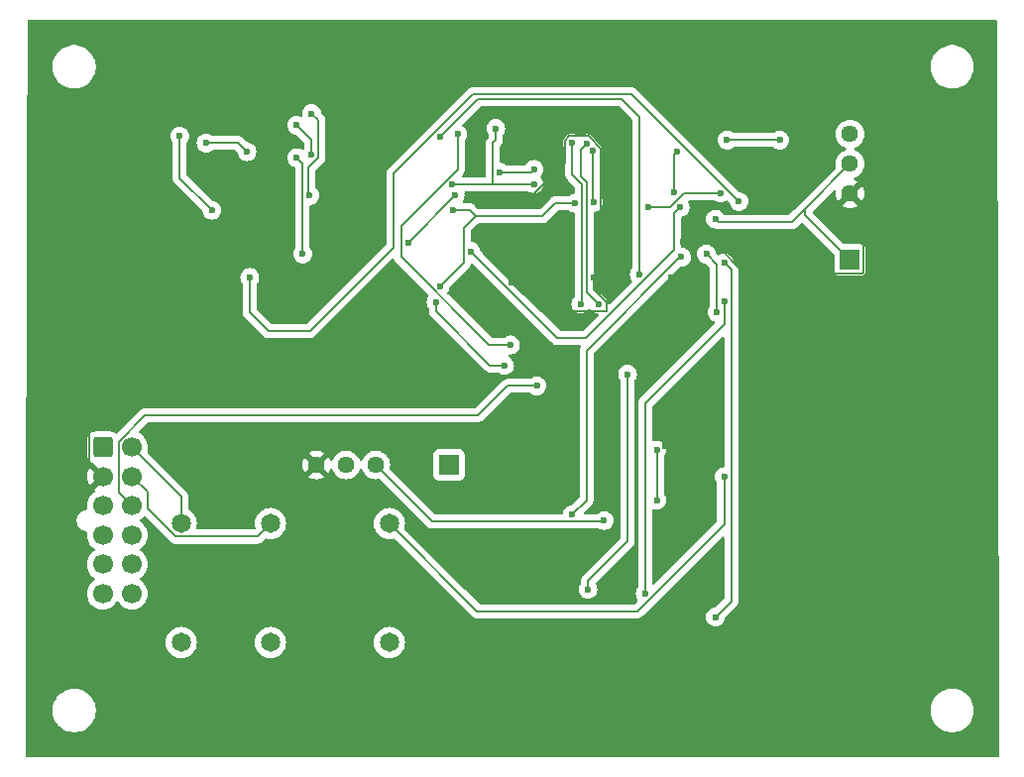
<source format=gbr>
%TF.GenerationSoftware,KiCad,Pcbnew,8.0.5*%
%TF.CreationDate,2025-02-24T01:44:01-08:00*%
%TF.ProjectId,BSPD,42535044-2e6b-4696-9361-645f70636258,rev?*%
%TF.SameCoordinates,Original*%
%TF.FileFunction,Copper,L2,Bot*%
%TF.FilePolarity,Positive*%
%FSLAX46Y46*%
G04 Gerber Fmt 4.6, Leading zero omitted, Abs format (unit mm)*
G04 Created by KiCad (PCBNEW 8.0.5) date 2025-02-24 01:44:01*
%MOMM*%
%LPD*%
G01*
G04 APERTURE LIST*
G04 Aperture macros list*
%AMRoundRect*
0 Rectangle with rounded corners*
0 $1 Rounding radius*
0 $2 $3 $4 $5 $6 $7 $8 $9 X,Y pos of 4 corners*
0 Add a 4 corners polygon primitive as box body*
4,1,4,$2,$3,$4,$5,$6,$7,$8,$9,$2,$3,0*
0 Add four circle primitives for the rounded corners*
1,1,$1+$1,$2,$3*
1,1,$1+$1,$4,$5*
1,1,$1+$1,$6,$7*
1,1,$1+$1,$8,$9*
0 Add four rect primitives between the rounded corners*
20,1,$1+$1,$2,$3,$4,$5,0*
20,1,$1+$1,$4,$5,$6,$7,0*
20,1,$1+$1,$6,$7,$8,$9,0*
20,1,$1+$1,$8,$9,$2,$3,0*%
G04 Aperture macros list end*
%TA.AperFunction,ComponentPad*%
%ADD10RoundRect,0.250000X-0.600000X-0.600000X0.600000X-0.600000X0.600000X0.600000X-0.600000X0.600000X0*%
%TD*%
%TA.AperFunction,ComponentPad*%
%ADD11C,1.700000*%
%TD*%
%TA.AperFunction,ComponentPad*%
%ADD12C,1.440000*%
%TD*%
%TA.AperFunction,ComponentPad*%
%ADD13R,1.700000X1.700000*%
%TD*%
%TA.AperFunction,ComponentPad*%
%ADD14C,1.651000*%
%TD*%
%TA.AperFunction,ViaPad*%
%ADD15C,0.600000*%
%TD*%
%TA.AperFunction,Conductor*%
%ADD16C,0.200000*%
%TD*%
G04 APERTURE END LIST*
D10*
%TO.P,J2,1,Pin_1*%
%TO.N,+12V*%
X42445574Y-58516455D03*
D11*
%TO.P,J2,2,Pin_2*%
%TO.N,GND*%
X42445574Y-61016455D03*
%TO.P,J2,3,Pin_3*%
%TO.N,/Rear_Brake_Sensor*%
X42445574Y-63516455D03*
%TO.P,J2,4,Pin_4*%
%TO.N,/Front_Brake_Sensor*%
X42445574Y-66016455D03*
%TO.P,J2,5,Pin_5*%
%TO.N,/Current_Sensor_Output*%
X42445574Y-68516455D03*
%TO.P,J2,6,Pin_6*%
%TO.N,/Current_Sensor_VREF*%
X42445574Y-71016455D03*
%TO.P,J2,7,Pin_7*%
%TO.N,/Shutdown_In*%
X44945574Y-58516455D03*
%TO.P,J2,8,Pin_8*%
%TO.N,/Shutdown_Out*%
X44945574Y-61016455D03*
%TO.P,J2,9,Pin_9*%
%TO.N,/BSPD_Fault_LOW*%
X44945574Y-63516455D03*
%TO.P,J2,10,Pin_10*%
%TO.N,unconnected-(J2-Pin_10-Pad10)*%
X44945574Y-66016455D03*
%TO.P,J2,11,Pin_11*%
%TO.N,unconnected-(J2-Pin_11-Pad11)*%
X44945574Y-68516455D03*
%TO.P,J2,12,Pin_12*%
%TO.N,unconnected-(J2-Pin_12-Pad12)*%
X44945574Y-71016455D03*
%TD*%
D12*
%TO.P,RV2,1,1*%
%TO.N,+5V*%
X65765574Y-60016455D03*
%TO.P,RV2,2,2*%
%TO.N,/rear_braking_threshhold*%
X63225574Y-60016455D03*
%TO.P,RV2,3,3*%
%TO.N,GND*%
X60685574Y-60016455D03*
%TD*%
%TO.P,RV1,1,1*%
%TO.N,+5V*%
X106265574Y-31766455D03*
%TO.P,RV1,2,2*%
%TO.N,/front_braking_threshhold*%
X106265574Y-34306455D03*
%TO.P,RV1,3,3*%
%TO.N,GND*%
X106265574Y-36846455D03*
%TD*%
D13*
%TO.P,TP2,1,1*%
%TO.N,/front_braking_threshhold*%
X106265574Y-42516455D03*
%TD*%
%TO.P,TP1,1,1*%
%TO.N,/rear_braking_threshhold*%
X72015574Y-60016455D03*
%TD*%
D14*
%TO.P,K2,1,-*%
%TO.N,Net-(D4-A)*%
X66925574Y-65016455D03*
%TO.P,K2,3*%
%TO.N,/Shutdown_Out*%
X56765574Y-65016455D03*
%TO.P,K2,4*%
%TO.N,/Shutdown_In*%
X49145574Y-65016455D03*
%TO.P,K2,5*%
%TO.N,unconnected-(K2-Pad5)*%
X49145574Y-75176455D03*
%TO.P,K2,6*%
%TO.N,unconnected-(K2-Pad6)*%
X56765574Y-75176455D03*
%TO.P,K2,8,+*%
%TO.N,+12V*%
X66925574Y-75176455D03*
%TD*%
D15*
%TO.N,/Current_Sensor_Output*%
X60265574Y-33516455D03*
X58999559Y-31000441D03*
%TO.N,GND*%
X90515574Y-58400000D03*
X85000000Y-56000000D03*
X85000000Y-63000000D03*
X76000000Y-41000000D03*
X46000000Y-42000000D03*
X91000000Y-44000000D03*
X50000000Y-38000000D03*
X40000000Y-59000000D03*
X93000000Y-52000000D03*
X92000000Y-41000000D03*
X91480810Y-49519190D03*
X64000000Y-35716455D03*
X84600000Y-55000000D03*
X104200000Y-43200000D03*
X63968546Y-30772088D03*
X84365574Y-44000000D03*
X101600000Y-44200000D03*
X79000000Y-37000000D03*
X77338549Y-44390903D03*
%TO.N,/Front_Brake_Sensor*%
X51765574Y-38266455D03*
X49015574Y-31916455D03*
%TO.N,/Rear_Brake_Sensor*%
X51265574Y-32516455D03*
X54765574Y-33266455D03*
%TO.N,+5V*%
X76015574Y-31266455D03*
X70901030Y-46098970D03*
X89765574Y-63016455D03*
X79265574Y-36016455D03*
X89000000Y-38000000D03*
X72314839Y-36065720D03*
X76765574Y-51516455D03*
X85265574Y-64766455D03*
X95200295Y-36799705D03*
X89765574Y-58766455D03*
%TO.N,/Current_Sensor_VREF*%
X60115574Y-37000000D03*
X60282029Y-30000000D03*
%TO.N,/BSPD_Fault_LOW*%
X79515574Y-53266455D03*
%TO.N,Net-(D4-A)*%
X95515574Y-61016455D03*
%TO.N,/Current_Sensor_Output_Buffered*%
X76365574Y-35016455D03*
X79265574Y-34766455D03*
%TO.N,/Rear_Brake_Buffered*%
X59515574Y-42000000D03*
X59015574Y-33766455D03*
%TO.N,/Front_Brake_Buffered*%
X71265574Y-44766455D03*
X82765574Y-37656455D03*
X72397950Y-38256455D03*
%TO.N,/high_current_threshhold*%
X100265574Y-32266455D03*
X95765574Y-32266455D03*
%TO.N,/open_circuit_threshhold*%
X68515574Y-41016455D03*
X72545574Y-36986455D03*
%TO.N,/short_circuit_threshhold*%
X84365574Y-37586455D03*
X84294723Y-33176455D03*
%TO.N,/current_sensor_open*%
X72765574Y-31766455D03*
X77265574Y-49766455D03*
%TO.N,/rear_brake_open*%
X88265574Y-43766455D03*
X71265574Y-31976455D03*
%TO.N,/current_sensor_short*%
X83265574Y-46266455D03*
X82544380Y-32534675D03*
%TO.N,/rear_brake_short*%
X84765574Y-46266455D03*
X83765574Y-32576455D03*
%TO.N,/high_current*%
X94915574Y-47000000D03*
X91515574Y-33266455D03*
X93999835Y-42000165D03*
X91265574Y-36766455D03*
%TO.N,/front_braking_threshhold*%
X94765574Y-39016455D03*
%TO.N,/front_hard_braking*%
X95515574Y-42766455D03*
X94765574Y-73016455D03*
%TO.N,/logic/hard_braking*%
X91865574Y-42266455D03*
X82515574Y-64266455D03*
%TO.N,/logic/brake_opens_shorts*%
X83890574Y-70641455D03*
X87265574Y-52266455D03*
%TO.N,/logic/hard_braking_high_current*%
X88765574Y-71016455D03*
X95515574Y-46046455D03*
%TO.N,/non_inv_front_brake_output*%
X73865574Y-41766455D03*
X91765574Y-38016455D03*
%TO.N,Net-(U4C--)*%
X96765574Y-37516455D03*
X55000000Y-44000000D03*
%TD*%
D16*
%TO.N,/Current_Sensor_Output*%
X58999559Y-31000441D02*
X58999560Y-31000441D01*
X60265574Y-32266455D02*
X60265574Y-33516455D01*
X58999560Y-31000441D02*
X60265574Y-32266455D01*
%TO.N,GND*%
X107333545Y-43666455D02*
X107415574Y-43584426D01*
X85000000Y-63000000D02*
X85000000Y-56000000D01*
X92000000Y-49000000D02*
X92000000Y-45000000D01*
X79866455Y-46866455D02*
X85448417Y-46866455D01*
X79000000Y-37000000D02*
X79130558Y-37000000D01*
X79130558Y-37000000D02*
X81944380Y-34186178D01*
X81944380Y-32286146D02*
X82295851Y-31934675D01*
X85448417Y-46866455D02*
X85448417Y-46100769D01*
X107415574Y-37996455D02*
X106265574Y-36846455D01*
X91480810Y-49519190D02*
X92000000Y-49000000D01*
X92000000Y-45000000D02*
X91000000Y-44000000D01*
X41295574Y-59866455D02*
X42445574Y-61016455D01*
X82295851Y-31934675D02*
X83972323Y-31934675D01*
X85448417Y-46100769D02*
X84365574Y-45017926D01*
X83972323Y-31934675D02*
X85000000Y-32962352D01*
X50000000Y-38000000D02*
X46000000Y-42000000D01*
X46000000Y-42000000D02*
X41295574Y-46704426D01*
X84365574Y-45017926D02*
X84365574Y-44000000D01*
X81944380Y-34186178D02*
X81944380Y-32286146D01*
X97264103Y-43666455D02*
X107333545Y-43666455D01*
X90515574Y-58400000D02*
X92800000Y-58400000D01*
X94597648Y-41000000D02*
X97264103Y-43666455D01*
X63968546Y-30772088D02*
X64000000Y-30803542D01*
X77338549Y-44390903D02*
X77390903Y-44390903D01*
X92800000Y-58400000D02*
X93000000Y-58200000D01*
X85000000Y-32962352D02*
X85000000Y-43365574D01*
X75000000Y-42000000D02*
X76000000Y-41000000D01*
X85000000Y-43365574D02*
X84365574Y-44000000D01*
X64000000Y-30803542D02*
X64000000Y-35716455D01*
X93000000Y-58200000D02*
X93000000Y-52000000D01*
X107415574Y-43584426D02*
X107415574Y-37996455D01*
X77338549Y-44338549D02*
X75000000Y-42000000D01*
X92000000Y-41000000D02*
X94597648Y-41000000D01*
X77390903Y-44390903D02*
X79866455Y-46866455D01*
X77338549Y-44390903D02*
X77338549Y-44338549D01*
X41295574Y-46704426D02*
X41295574Y-59866455D01*
%TO.N,/Front_Brake_Sensor*%
X49015574Y-35516455D02*
X51765574Y-38266455D01*
X49015574Y-31916455D02*
X49015574Y-35516455D01*
%TO.N,/Rear_Brake_Sensor*%
X54015574Y-32516455D02*
X54765574Y-33266455D01*
X51265574Y-32516455D02*
X54015574Y-32516455D01*
%TO.N,+5V*%
X76015574Y-32266455D02*
X75765574Y-32516455D01*
X70901030Y-46098970D02*
X70901030Y-46901911D01*
X79216309Y-36065720D02*
X79265574Y-36016455D01*
X85165574Y-64866455D02*
X70615574Y-64866455D01*
X75765574Y-36065720D02*
X79216309Y-36065720D01*
X76015574Y-31266455D02*
X76015574Y-32266455D01*
X89000000Y-38000000D02*
X90880558Y-38000000D01*
X70901030Y-46901911D02*
X75515574Y-51516455D01*
X90880558Y-38000000D02*
X92080853Y-36799705D01*
X75765574Y-32516455D02*
X75765574Y-36065720D01*
X72314839Y-36065720D02*
X75765574Y-36065720D01*
X70615574Y-64866455D02*
X65765574Y-60016455D01*
X89765574Y-63016455D02*
X89765574Y-58766455D01*
X75515574Y-51516455D02*
X76765574Y-51516455D01*
X92080853Y-36799705D02*
X95200295Y-36799705D01*
X85265574Y-64766455D02*
X85165574Y-64866455D01*
%TO.N,/Current_Sensor_VREF*%
X60865574Y-33764984D02*
X60865574Y-30583545D01*
X60115574Y-37000000D02*
X60000000Y-36884426D01*
X60000000Y-36884426D02*
X60000000Y-34630558D01*
X60865574Y-30583545D02*
X60282029Y-30000000D01*
X60000000Y-34630558D02*
X60865574Y-33764984D01*
%TO.N,/BSPD_Fault_LOW*%
X43795574Y-58040109D02*
X43795574Y-62366455D01*
X46069228Y-55766455D02*
X43795574Y-58040109D01*
X74515574Y-55766455D02*
X46069228Y-55766455D01*
X43795574Y-62366455D02*
X44945574Y-63516455D01*
X77015574Y-53266455D02*
X74515574Y-55766455D01*
X79515574Y-53266455D02*
X77015574Y-53266455D01*
%TO.N,Net-(D4-A)*%
X95515574Y-61016455D02*
X95515574Y-65114984D01*
X88114103Y-72516455D02*
X74425574Y-72516455D01*
X74425574Y-72516455D02*
X66925574Y-65016455D01*
X95515574Y-65114984D02*
X88114103Y-72516455D01*
%TO.N,/Shutdown_Out*%
X56765574Y-65016455D02*
X55640074Y-66141955D01*
X55640074Y-66141955D02*
X48641074Y-66141955D01*
X48641074Y-66141955D02*
X46265574Y-63766455D01*
X46265574Y-63766455D02*
X46265574Y-62336455D01*
X46265574Y-62336455D02*
X44945574Y-61016455D01*
%TO.N,/Shutdown_In*%
X49145574Y-62716455D02*
X44945574Y-58516455D01*
X49145574Y-65016455D02*
X49145574Y-62716455D01*
%TO.N,/Current_Sensor_Output_Buffered*%
X76365574Y-35016455D02*
X79015574Y-35016455D01*
X79015574Y-35016455D02*
X79265574Y-34766455D01*
%TO.N,/Rear_Brake_Buffered*%
X59515574Y-42000000D02*
X59515574Y-34266455D01*
X59515574Y-34266455D02*
X59015574Y-33766455D01*
%TO.N,/Front_Brake_Buffered*%
X80000000Y-38766455D02*
X74265574Y-38766455D01*
X73265574Y-39766455D02*
X74265574Y-38766455D01*
X82765574Y-37656455D02*
X81110000Y-37656455D01*
X73265574Y-42766455D02*
X73265574Y-39766455D01*
X73755574Y-38256455D02*
X74265574Y-38766455D01*
X81110000Y-37656455D02*
X80000000Y-38766455D01*
X73265574Y-42766455D02*
X71265574Y-44766455D01*
X72397950Y-38256455D02*
X73755574Y-38256455D01*
%TO.N,/high_current_threshhold*%
X95765574Y-32266455D02*
X100265574Y-32266455D01*
%TO.N,/open_circuit_threshhold*%
X68515574Y-41016455D02*
X72545574Y-36986455D01*
%TO.N,/short_circuit_threshhold*%
X84265574Y-33205604D02*
X84265574Y-37486455D01*
X84294723Y-33176455D02*
X84265574Y-33205604D01*
X84265574Y-37486455D02*
X84365574Y-37586455D01*
%TO.N,/current_sensor_open*%
X75417045Y-49766455D02*
X77265574Y-49766455D01*
X67915574Y-42264984D02*
X75417045Y-49766455D01*
X67915574Y-39616455D02*
X67915574Y-42264984D01*
X72765574Y-34766455D02*
X67915574Y-39616455D01*
X72765574Y-31766455D02*
X72765574Y-34766455D01*
%TO.N,/rear_brake_open*%
X88265574Y-43766455D02*
X88265574Y-30266455D01*
X74475574Y-28766455D02*
X71265574Y-31976455D01*
X88265574Y-30266455D02*
X86765574Y-28766455D01*
X86765574Y-28766455D02*
X74475574Y-28766455D01*
%TO.N,/current_sensor_short*%
X82544380Y-35196732D02*
X83365574Y-36017926D01*
X83365574Y-46166455D02*
X83265574Y-46266455D01*
X82544380Y-32534675D02*
X82544380Y-35196732D01*
X83365574Y-36017926D02*
X83365574Y-46166455D01*
%TO.N,/rear_brake_short*%
X83765574Y-35852240D02*
X83765574Y-45266455D01*
X83265574Y-33076455D02*
X83265574Y-35352240D01*
X83265574Y-35352240D02*
X83765574Y-35852240D01*
X83765574Y-32576455D02*
X83265574Y-33076455D01*
X83765574Y-45266455D02*
X84765574Y-46266455D01*
%TO.N,/high_current*%
X94915574Y-42915904D02*
X93999835Y-42000165D01*
X94915574Y-47000000D02*
X94915574Y-42915904D01*
X91265574Y-33516455D02*
X91515574Y-33266455D01*
X91265574Y-36766455D02*
X91265574Y-33516455D01*
%TO.N,/front_braking_threshhold*%
X95015574Y-39266455D02*
X101305574Y-39266455D01*
X102410574Y-38661455D02*
X102410574Y-38161455D01*
X101305574Y-39266455D02*
X102410574Y-38161455D01*
X94765574Y-39016455D02*
X95015574Y-39266455D01*
X106265574Y-34306455D02*
X102410574Y-38161455D01*
X106265574Y-42516455D02*
X102410574Y-38661455D01*
%TO.N,/front_hard_braking*%
X96115574Y-43366455D02*
X96115574Y-71666455D01*
X96115574Y-71666455D02*
X94765574Y-73016455D01*
X95515574Y-42766455D02*
X96115574Y-43366455D01*
%TO.N,/logic/hard_braking*%
X83765574Y-50266455D02*
X83765574Y-63016455D01*
X83765574Y-63016455D02*
X82515574Y-64266455D01*
X91765574Y-42266455D02*
X83765574Y-50266455D01*
X91865574Y-42266455D02*
X91765574Y-42266455D01*
%TO.N,/logic/brake_opens_shorts*%
X83890574Y-69891455D02*
X87265574Y-66516455D01*
X83890574Y-70641455D02*
X83890574Y-69891455D01*
X87265574Y-66516455D02*
X87265574Y-52266455D01*
%TO.N,/logic/hard_braking_high_current*%
X95515574Y-48016455D02*
X88765574Y-54766455D01*
X95515574Y-46046455D02*
X95515574Y-48016455D01*
X88765574Y-54766455D02*
X88765574Y-71016455D01*
%TO.N,/non_inv_front_brake_output*%
X83714103Y-49166455D02*
X81265574Y-49166455D01*
X91265574Y-41614984D02*
X83714103Y-49166455D01*
X81265574Y-49166455D02*
X73865574Y-41766455D01*
X91765574Y-38016455D02*
X91265574Y-38516455D01*
X91265574Y-38516455D02*
X91265574Y-41614984D01*
%TO.N,Net-(U4C--)*%
X74027045Y-28366455D02*
X87615574Y-28366455D01*
X67265574Y-41466757D02*
X67265574Y-35127926D01*
X55000000Y-47000000D02*
X56586455Y-48586455D01*
X55000000Y-44000000D02*
X55000000Y-47000000D01*
X56586455Y-48586455D02*
X60145876Y-48586455D01*
X67265574Y-35127926D02*
X74027045Y-28366455D01*
X60145876Y-48586455D02*
X67265574Y-41466757D01*
X87615574Y-28366455D02*
X96765574Y-37516455D01*
%TD*%
%TA.AperFunction,Conductor*%
%TO.N,GND*%
G36*
X95434408Y-49049370D02*
G01*
X95490341Y-49091242D01*
X95514758Y-49156706D01*
X95515074Y-49165552D01*
X95515074Y-60100132D01*
X95495389Y-60167171D01*
X95442585Y-60212926D01*
X95404958Y-60223352D01*
X95336324Y-60231085D01*
X95166052Y-60290665D01*
X95013311Y-60386639D01*
X94885758Y-60514192D01*
X94789785Y-60666931D01*
X94730205Y-60837200D01*
X94730204Y-60837205D01*
X94710009Y-61016451D01*
X94710009Y-61016458D01*
X94730204Y-61195704D01*
X94730205Y-61195709D01*
X94789785Y-61365978D01*
X94885759Y-61518718D01*
X94888019Y-61521552D01*
X94888908Y-61523730D01*
X94889463Y-61524613D01*
X94889308Y-61524710D01*
X94914429Y-61586238D01*
X94915074Y-61598867D01*
X94915074Y-64814886D01*
X94895389Y-64881925D01*
X94878755Y-64902567D01*
X89577755Y-70203567D01*
X89516432Y-70237052D01*
X89446740Y-70232068D01*
X89390807Y-70190196D01*
X89366390Y-70124732D01*
X89366074Y-70115886D01*
X89366074Y-63899517D01*
X89385759Y-63832478D01*
X89438563Y-63786723D01*
X89507721Y-63776779D01*
X89531022Y-63782473D01*
X89586319Y-63801823D01*
X89586322Y-63801823D01*
X89586324Y-63801824D01*
X89765570Y-63822020D01*
X89765574Y-63822020D01*
X89765578Y-63822020D01*
X89944823Y-63801824D01*
X89944826Y-63801823D01*
X89944829Y-63801823D01*
X90115096Y-63742244D01*
X90267836Y-63646271D01*
X90395390Y-63518717D01*
X90491363Y-63365977D01*
X90550942Y-63195710D01*
X90550943Y-63195704D01*
X90571139Y-63016458D01*
X90571139Y-63016451D01*
X90550943Y-62837205D01*
X90550942Y-62837200D01*
X90491362Y-62666931D01*
X90395387Y-62514189D01*
X90393124Y-62511351D01*
X90392233Y-62509170D01*
X90391685Y-62508297D01*
X90391838Y-62508200D01*
X90366718Y-62446664D01*
X90366074Y-62434042D01*
X90366074Y-59348867D01*
X90385759Y-59281828D01*
X90393129Y-59271552D01*
X90395384Y-59268722D01*
X90395390Y-59268717D01*
X90491363Y-59115977D01*
X90550942Y-58945710D01*
X90558322Y-58880212D01*
X90571139Y-58766458D01*
X90571139Y-58766451D01*
X90550943Y-58587205D01*
X90550942Y-58587200D01*
X90491362Y-58416931D01*
X90452156Y-58354535D01*
X90395390Y-58264193D01*
X90267836Y-58136639D01*
X90134406Y-58052799D01*
X90115097Y-58040666D01*
X89944828Y-57981086D01*
X89944823Y-57981085D01*
X89765578Y-57960890D01*
X89765570Y-57960890D01*
X89586324Y-57981085D01*
X89586313Y-57981088D01*
X89531027Y-58000433D01*
X89461248Y-58003994D01*
X89400621Y-57969264D01*
X89368395Y-57907271D01*
X89366074Y-57883391D01*
X89366074Y-55066552D01*
X89385759Y-54999513D01*
X89402393Y-54978871D01*
X95303393Y-49077871D01*
X95364716Y-49044386D01*
X95434408Y-49049370D01*
G37*
%TD.AperFunction*%
%TA.AperFunction,Conductor*%
G36*
X82250201Y-38276640D02*
G01*
X82260477Y-38284010D01*
X82263310Y-38286269D01*
X82263312Y-38286271D01*
X82416052Y-38382244D01*
X82586319Y-38441823D01*
X82654958Y-38449556D01*
X82719370Y-38476621D01*
X82758926Y-38534215D01*
X82765074Y-38572776D01*
X82765074Y-45583514D01*
X82745389Y-45650553D01*
X82728756Y-45671195D01*
X82635757Y-45764194D01*
X82539785Y-45916931D01*
X82480205Y-46087200D01*
X82480204Y-46087205D01*
X82460009Y-46266451D01*
X82460009Y-46266458D01*
X82480204Y-46445704D01*
X82480205Y-46445709D01*
X82539785Y-46615978D01*
X82609081Y-46726261D01*
X82635758Y-46768717D01*
X82763312Y-46896271D01*
X82853654Y-46953037D01*
X82898101Y-46980965D01*
X82916052Y-46992244D01*
X83032986Y-47033161D01*
X83086319Y-47051823D01*
X83086324Y-47051824D01*
X83265570Y-47072020D01*
X83265574Y-47072020D01*
X83265578Y-47072020D01*
X83444823Y-47051824D01*
X83444826Y-47051823D01*
X83444829Y-47051823D01*
X83615096Y-46992244D01*
X83767836Y-46896271D01*
X83895390Y-46768717D01*
X83910581Y-46744539D01*
X83962913Y-46698251D01*
X84031967Y-46687601D01*
X84095816Y-46715976D01*
X84120564Y-46744537D01*
X84135758Y-46768717D01*
X84263312Y-46896271D01*
X84353654Y-46953037D01*
X84398101Y-46980965D01*
X84416052Y-46992244D01*
X84532986Y-47033161D01*
X84586319Y-47051823D01*
X84586323Y-47051824D01*
X84683814Y-47062808D01*
X84748228Y-47089874D01*
X84787783Y-47147469D01*
X84789921Y-47217306D01*
X84757612Y-47273709D01*
X83501687Y-48529636D01*
X83440364Y-48563121D01*
X83414006Y-48565955D01*
X81565671Y-48565955D01*
X81498632Y-48546270D01*
X81477990Y-48529636D01*
X74696274Y-41747920D01*
X74662789Y-41686597D01*
X74660737Y-41674141D01*
X74650942Y-41587200D01*
X74591363Y-41416933D01*
X74495390Y-41264193D01*
X74367836Y-41136639D01*
X74356691Y-41129636D01*
X74215095Y-41040665D01*
X74044823Y-40981085D01*
X73976190Y-40973352D01*
X73911776Y-40946285D01*
X73872221Y-40888690D01*
X73866074Y-40850132D01*
X73866074Y-40066552D01*
X73885759Y-39999513D01*
X73902393Y-39978871D01*
X74477991Y-39403274D01*
X74539314Y-39369789D01*
X74565672Y-39366955D01*
X79913331Y-39366955D01*
X79913347Y-39366956D01*
X79920943Y-39366956D01*
X80079054Y-39366956D01*
X80079057Y-39366956D01*
X80231785Y-39326032D01*
X80281904Y-39297094D01*
X80368716Y-39246975D01*
X80480520Y-39135171D01*
X80480520Y-39135169D01*
X80490728Y-39124962D01*
X80490729Y-39124959D01*
X81322416Y-38293274D01*
X81383739Y-38259789D01*
X81410097Y-38256955D01*
X82183162Y-38256955D01*
X82250201Y-38276640D01*
G37*
%TD.AperFunction*%
%TA.AperFunction,Conductor*%
G36*
X86532516Y-29386640D02*
G01*
X86553158Y-29403274D01*
X87628755Y-30478871D01*
X87662240Y-30540194D01*
X87665074Y-30566552D01*
X87665074Y-43184042D01*
X87645389Y-43251081D01*
X87638024Y-43261351D01*
X87635760Y-43264189D01*
X87539785Y-43416931D01*
X87480205Y-43587200D01*
X87480204Y-43587205D01*
X87460009Y-43766451D01*
X87460009Y-43766458D01*
X87480204Y-43945704D01*
X87480205Y-43945709D01*
X87539785Y-44115978D01*
X87632094Y-44262886D01*
X87651094Y-44330123D01*
X87630726Y-44396958D01*
X87614781Y-44416539D01*
X85772828Y-46258493D01*
X85711505Y-46291978D01*
X85641813Y-46286994D01*
X85585880Y-46245122D01*
X85561927Y-46184695D01*
X85550943Y-46087204D01*
X85550942Y-46087200D01*
X85491362Y-45916931D01*
X85452156Y-45854535D01*
X85395390Y-45764193D01*
X85267836Y-45636639D01*
X85266073Y-45635531D01*
X85115095Y-45540665D01*
X84944823Y-45481085D01*
X84857904Y-45471292D01*
X84793490Y-45444225D01*
X84784107Y-45435753D01*
X84402393Y-45054038D01*
X84368908Y-44992715D01*
X84366074Y-44966357D01*
X84366074Y-38502776D01*
X84385759Y-38435737D01*
X84438563Y-38389982D01*
X84476186Y-38379556D01*
X84544829Y-38371823D01*
X84715096Y-38312244D01*
X84867836Y-38216271D01*
X84995390Y-38088717D01*
X85091363Y-37935977D01*
X85150942Y-37765710D01*
X85155440Y-37725788D01*
X85171139Y-37586458D01*
X85171139Y-37586451D01*
X85150943Y-37407205D01*
X85150942Y-37407200D01*
X85137990Y-37370185D01*
X85091363Y-37236933D01*
X85068161Y-37200008D01*
X85047129Y-37166535D01*
X84995390Y-37084193D01*
X84902392Y-36991195D01*
X84868908Y-36929871D01*
X84866074Y-36903514D01*
X84866074Y-33788544D01*
X84885759Y-33721505D01*
X84902393Y-33700863D01*
X84909382Y-33693874D01*
X84924539Y-33678717D01*
X85020512Y-33525977D01*
X85080091Y-33355710D01*
X85083887Y-33322020D01*
X85100288Y-33176458D01*
X85100288Y-33176451D01*
X85080092Y-32997205D01*
X85080091Y-32997200D01*
X85052932Y-32919585D01*
X85020512Y-32826933D01*
X84924539Y-32674193D01*
X84796985Y-32546639D01*
X84748952Y-32516458D01*
X84644244Y-32450665D01*
X84615607Y-32440645D01*
X84558831Y-32399923D01*
X84539521Y-32364560D01*
X84491363Y-32226933D01*
X84395390Y-32074193D01*
X84267836Y-31946639D01*
X84266348Y-31945704D01*
X84115097Y-31850666D01*
X83944828Y-31791086D01*
X83944823Y-31791085D01*
X83765578Y-31770890D01*
X83765570Y-31770890D01*
X83586324Y-31791085D01*
X83586319Y-31791086D01*
X83416050Y-31850666D01*
X83263308Y-31946641D01*
X83257864Y-31950983D01*
X83257045Y-31949956D01*
X83202211Y-31979890D01*
X83132520Y-31974898D01*
X83088185Y-31946402D01*
X83046642Y-31904859D01*
X82893903Y-31808886D01*
X82723634Y-31749306D01*
X82723629Y-31749305D01*
X82544384Y-31729110D01*
X82544376Y-31729110D01*
X82365130Y-31749305D01*
X82365125Y-31749306D01*
X82194856Y-31808886D01*
X82042117Y-31904859D01*
X81914564Y-32032412D01*
X81818591Y-32185151D01*
X81759011Y-32355420D01*
X81759010Y-32355425D01*
X81738815Y-32534671D01*
X81738815Y-32534678D01*
X81759010Y-32713924D01*
X81759011Y-32713929D01*
X81818591Y-32884198D01*
X81866780Y-32960890D01*
X81900270Y-33014189D01*
X81914565Y-33036938D01*
X81916825Y-33039772D01*
X81917714Y-33041950D01*
X81918269Y-33042833D01*
X81918114Y-33042930D01*
X81943235Y-33104458D01*
X81943880Y-33117087D01*
X81943880Y-35110062D01*
X81943879Y-35110080D01*
X81943879Y-35275786D01*
X81943878Y-35275786D01*
X81943879Y-35275789D01*
X81984803Y-35428517D01*
X81989814Y-35437196D01*
X82001669Y-35457731D01*
X82001670Y-35457732D01*
X82063855Y-35565441D01*
X82063861Y-35565449D01*
X82182729Y-35684317D01*
X82182735Y-35684322D01*
X82728755Y-36230342D01*
X82762240Y-36291665D01*
X82765074Y-36318023D01*
X82765074Y-36740132D01*
X82745389Y-36807171D01*
X82692585Y-36852926D01*
X82654958Y-36863352D01*
X82586324Y-36871085D01*
X82416052Y-36930665D01*
X82263310Y-37026640D01*
X82260477Y-37028900D01*
X82258298Y-37029789D01*
X82257416Y-37030344D01*
X82257318Y-37030189D01*
X82195791Y-37055310D01*
X82183162Y-37055955D01*
X81030943Y-37055955D01*
X80878214Y-37096878D01*
X80844730Y-37116211D01*
X80844729Y-37116211D01*
X80741287Y-37175932D01*
X80741282Y-37175936D01*
X80680288Y-37236931D01*
X80629480Y-37287739D01*
X80629478Y-37287741D01*
X80191430Y-37725790D01*
X79787584Y-38129636D01*
X79726261Y-38163121D01*
X79699903Y-38165955D01*
X74565671Y-38165955D01*
X74498632Y-38146270D01*
X74477990Y-38129636D01*
X74243164Y-37894810D01*
X74243162Y-37894807D01*
X74124291Y-37775936D01*
X74124290Y-37775935D01*
X74037434Y-37725789D01*
X73987359Y-37696878D01*
X73834631Y-37655954D01*
X73676517Y-37655954D01*
X73668921Y-37655954D01*
X73668905Y-37655955D01*
X73294669Y-37655955D01*
X73227630Y-37636270D01*
X73181875Y-37583466D01*
X73171931Y-37514308D01*
X73189675Y-37465983D01*
X73243818Y-37379815D01*
X73271363Y-37335977D01*
X73330942Y-37165710D01*
X73330943Y-37165704D01*
X73351139Y-36986458D01*
X73351139Y-36986451D01*
X73330594Y-36804103D01*
X73342649Y-36735281D01*
X73389998Y-36683902D01*
X73453814Y-36666220D01*
X75686517Y-36666220D01*
X75844631Y-36666220D01*
X78759337Y-36666220D01*
X78825310Y-36685227D01*
X78916049Y-36742243D01*
X79086319Y-36801823D01*
X79086324Y-36801824D01*
X79265570Y-36822020D01*
X79265574Y-36822020D01*
X79265578Y-36822020D01*
X79444823Y-36801824D01*
X79444826Y-36801823D01*
X79444829Y-36801823D01*
X79615096Y-36742244D01*
X79767836Y-36646271D01*
X79895390Y-36518717D01*
X79991363Y-36365977D01*
X80050942Y-36195710D01*
X80059637Y-36118539D01*
X80071139Y-36016458D01*
X80071139Y-36016451D01*
X80050943Y-35837205D01*
X80050942Y-35837200D01*
X80019814Y-35748241D01*
X79991363Y-35666933D01*
X79987083Y-35660122D01*
X79895389Y-35514192D01*
X79860333Y-35479136D01*
X79826848Y-35417813D01*
X79831832Y-35348121D01*
X79860333Y-35303774D01*
X79895390Y-35268717D01*
X79991363Y-35115977D01*
X80050942Y-34945710D01*
X80050943Y-34945704D01*
X80071139Y-34766458D01*
X80071139Y-34766451D01*
X80050943Y-34587205D01*
X80050942Y-34587200D01*
X80027146Y-34519196D01*
X79991363Y-34416933D01*
X79990748Y-34415955D01*
X79952156Y-34354535D01*
X79895390Y-34264193D01*
X79767836Y-34136639D01*
X79763159Y-34133700D01*
X79615097Y-34040666D01*
X79444828Y-33981086D01*
X79444823Y-33981085D01*
X79265578Y-33960890D01*
X79265570Y-33960890D01*
X79086324Y-33981085D01*
X79086319Y-33981086D01*
X78916050Y-34040666D01*
X78763311Y-34136639D01*
X78635758Y-34264192D01*
X78576861Y-34357927D01*
X78524526Y-34404218D01*
X78471867Y-34415955D01*
X76947986Y-34415955D01*
X76880947Y-34396270D01*
X76870671Y-34388900D01*
X76867837Y-34386640D01*
X76867836Y-34386639D01*
X76740221Y-34306453D01*
X76715095Y-34290665D01*
X76544823Y-34231085D01*
X76476190Y-34223352D01*
X76411776Y-34196285D01*
X76372221Y-34138690D01*
X76366074Y-34100132D01*
X76366074Y-32816553D01*
X76385759Y-32749514D01*
X76402393Y-32728872D01*
X76435561Y-32695704D01*
X76496094Y-32635171D01*
X76575151Y-32498239D01*
X76605108Y-32386436D01*
X76616074Y-32345513D01*
X76616074Y-32187398D01*
X76616074Y-31848867D01*
X76635759Y-31781828D01*
X76643129Y-31771552D01*
X76645384Y-31768722D01*
X76645390Y-31768717D01*
X76741363Y-31615977D01*
X76800942Y-31445710D01*
X76800943Y-31445704D01*
X76821139Y-31266458D01*
X76821139Y-31266451D01*
X76800943Y-31087205D01*
X76800942Y-31087200D01*
X76741362Y-30916931D01*
X76667901Y-30800019D01*
X76645390Y-30764193D01*
X76517836Y-30636639D01*
X76483678Y-30615176D01*
X76365097Y-30540666D01*
X76194828Y-30481086D01*
X76194823Y-30481085D01*
X76015578Y-30460890D01*
X76015570Y-30460890D01*
X75836324Y-30481085D01*
X75836319Y-30481086D01*
X75666050Y-30540666D01*
X75513311Y-30636639D01*
X75385758Y-30764192D01*
X75289785Y-30916931D01*
X75230205Y-31087200D01*
X75230204Y-31087205D01*
X75210009Y-31266451D01*
X75210009Y-31266458D01*
X75230204Y-31445704D01*
X75230205Y-31445709D01*
X75289785Y-31615978D01*
X75308819Y-31646270D01*
X75384337Y-31766456D01*
X75385759Y-31768718D01*
X75388019Y-31771552D01*
X75388908Y-31773730D01*
X75389463Y-31774613D01*
X75389308Y-31774710D01*
X75414429Y-31836238D01*
X75415074Y-31848867D01*
X75415074Y-31966357D01*
X75395389Y-32033396D01*
X75378755Y-32054038D01*
X75285055Y-32147737D01*
X75285051Y-32147742D01*
X75242770Y-32220977D01*
X75205998Y-32284666D01*
X75205997Y-32284667D01*
X75184591Y-32364557D01*
X75165073Y-32437398D01*
X75165073Y-32437400D01*
X75165073Y-32605501D01*
X75165074Y-32605514D01*
X75165074Y-35341220D01*
X75145389Y-35408259D01*
X75092585Y-35454014D01*
X75041074Y-35465220D01*
X73215407Y-35465220D01*
X73148368Y-35445535D01*
X73102613Y-35392731D01*
X73092669Y-35323573D01*
X73121694Y-35260017D01*
X73127726Y-35253539D01*
X73174282Y-35206983D01*
X73246094Y-35135171D01*
X73325151Y-34998239D01*
X73366075Y-34845512D01*
X73366075Y-34687397D01*
X73366075Y-34679802D01*
X73366074Y-34679784D01*
X73366074Y-32348867D01*
X73385759Y-32281828D01*
X73393129Y-32271552D01*
X73395384Y-32268722D01*
X73395390Y-32268717D01*
X73491363Y-32115977D01*
X73550942Y-31945710D01*
X73550943Y-31945704D01*
X73571139Y-31766458D01*
X73571139Y-31766451D01*
X73550943Y-31587205D01*
X73550942Y-31587200D01*
X73539223Y-31553708D01*
X73491363Y-31416933D01*
X73489641Y-31414193D01*
X73447687Y-31347423D01*
X73395390Y-31264193D01*
X73267836Y-31136639D01*
X73259000Y-31131087D01*
X73207143Y-31098502D01*
X73160852Y-31046167D01*
X73150205Y-30977113D01*
X73178581Y-30913265D01*
X73185422Y-30905841D01*
X74687991Y-29403274D01*
X74749314Y-29369789D01*
X74775672Y-29366955D01*
X86465477Y-29366955D01*
X86532516Y-29386640D01*
G37*
%TD.AperFunction*%
%TA.AperFunction,Conductor*%
G36*
X118793077Y-22019685D02*
G01*
X118838832Y-22072489D01*
X118850038Y-22123704D01*
X118994873Y-82850500D01*
X118999704Y-84875704D01*
X118980179Y-84942790D01*
X118927484Y-84988671D01*
X118875704Y-85000000D01*
X35974049Y-85000000D01*
X35907010Y-84980315D01*
X35861255Y-84927511D01*
X35850049Y-84875694D01*
X35855272Y-82756052D01*
X35859898Y-80878711D01*
X38149500Y-80878711D01*
X38149500Y-81121288D01*
X38181161Y-81361785D01*
X38243947Y-81596104D01*
X38336773Y-81820205D01*
X38336776Y-81820212D01*
X38458064Y-82030289D01*
X38458066Y-82030292D01*
X38458067Y-82030293D01*
X38605733Y-82222736D01*
X38605739Y-82222743D01*
X38777256Y-82394260D01*
X38777262Y-82394265D01*
X38969711Y-82541936D01*
X39179788Y-82663224D01*
X39403900Y-82756054D01*
X39638211Y-82818838D01*
X39818586Y-82842584D01*
X39878711Y-82850500D01*
X39878712Y-82850500D01*
X40121289Y-82850500D01*
X40169388Y-82844167D01*
X40361789Y-82818838D01*
X40596100Y-82756054D01*
X40820212Y-82663224D01*
X41030289Y-82541936D01*
X41222738Y-82394265D01*
X41394265Y-82222738D01*
X41541936Y-82030289D01*
X41663224Y-81820212D01*
X41756054Y-81596100D01*
X41818838Y-81361789D01*
X41850500Y-81121288D01*
X41850500Y-80878712D01*
X41850500Y-80878711D01*
X113149500Y-80878711D01*
X113149500Y-81121288D01*
X113181161Y-81361785D01*
X113243947Y-81596104D01*
X113336773Y-81820205D01*
X113336776Y-81820212D01*
X113458064Y-82030289D01*
X113458066Y-82030292D01*
X113458067Y-82030293D01*
X113605733Y-82222736D01*
X113605739Y-82222743D01*
X113777256Y-82394260D01*
X113777262Y-82394265D01*
X113969711Y-82541936D01*
X114179788Y-82663224D01*
X114403900Y-82756054D01*
X114638211Y-82818838D01*
X114818586Y-82842584D01*
X114878711Y-82850500D01*
X114878712Y-82850500D01*
X115121289Y-82850500D01*
X115169388Y-82844167D01*
X115361789Y-82818838D01*
X115596100Y-82756054D01*
X115820212Y-82663224D01*
X116030289Y-82541936D01*
X116222738Y-82394265D01*
X116394265Y-82222738D01*
X116541936Y-82030289D01*
X116663224Y-81820212D01*
X116756054Y-81596100D01*
X116818838Y-81361789D01*
X116850500Y-81121288D01*
X116850500Y-80878712D01*
X116818838Y-80638211D01*
X116756054Y-80403900D01*
X116663224Y-80179788D01*
X116541936Y-79969711D01*
X116394265Y-79777262D01*
X116394260Y-79777256D01*
X116222743Y-79605739D01*
X116222736Y-79605733D01*
X116030293Y-79458067D01*
X116030292Y-79458066D01*
X116030289Y-79458064D01*
X115820212Y-79336776D01*
X115820205Y-79336773D01*
X115596104Y-79243947D01*
X115361785Y-79181161D01*
X115121289Y-79149500D01*
X115121288Y-79149500D01*
X114878712Y-79149500D01*
X114878711Y-79149500D01*
X114638214Y-79181161D01*
X114403895Y-79243947D01*
X114179794Y-79336773D01*
X114179785Y-79336777D01*
X113969706Y-79458067D01*
X113777263Y-79605733D01*
X113777256Y-79605739D01*
X113605739Y-79777256D01*
X113605733Y-79777263D01*
X113458067Y-79969706D01*
X113336777Y-80179785D01*
X113336773Y-80179794D01*
X113243947Y-80403895D01*
X113181161Y-80638214D01*
X113149500Y-80878711D01*
X41850500Y-80878711D01*
X41818838Y-80638211D01*
X41756054Y-80403900D01*
X41663224Y-80179788D01*
X41541936Y-79969711D01*
X41394265Y-79777262D01*
X41394260Y-79777256D01*
X41222743Y-79605739D01*
X41222736Y-79605733D01*
X41030293Y-79458067D01*
X41030292Y-79458066D01*
X41030289Y-79458064D01*
X40820212Y-79336776D01*
X40820205Y-79336773D01*
X40596104Y-79243947D01*
X40361785Y-79181161D01*
X40121289Y-79149500D01*
X40121288Y-79149500D01*
X39878712Y-79149500D01*
X39878711Y-79149500D01*
X39638214Y-79181161D01*
X39403895Y-79243947D01*
X39179794Y-79336773D01*
X39179785Y-79336777D01*
X38969706Y-79458067D01*
X38777263Y-79605733D01*
X38777256Y-79605739D01*
X38605739Y-79777256D01*
X38605733Y-79777263D01*
X38458067Y-79969706D01*
X38336777Y-80179785D01*
X38336773Y-80179794D01*
X38243947Y-80403895D01*
X38181161Y-80638214D01*
X38149500Y-80878711D01*
X35859898Y-80878711D01*
X35873948Y-75176454D01*
X47814509Y-75176454D01*
X47814509Y-75176455D01*
X47834730Y-75407587D01*
X47834732Y-75407597D01*
X47894779Y-75631698D01*
X47894781Y-75631702D01*
X47894782Y-75631706D01*
X47943810Y-75736847D01*
X47992837Y-75841987D01*
X47992838Y-75841988D01*
X48125919Y-76032047D01*
X48289982Y-76196110D01*
X48480041Y-76329191D01*
X48690323Y-76427247D01*
X48914437Y-76487298D01*
X49099346Y-76503475D01*
X49145573Y-76507520D01*
X49145574Y-76507520D01*
X49145575Y-76507520D01*
X49184096Y-76504149D01*
X49376711Y-76487298D01*
X49600825Y-76427247D01*
X49811107Y-76329191D01*
X50001166Y-76196110D01*
X50165229Y-76032047D01*
X50298310Y-75841988D01*
X50396366Y-75631706D01*
X50456417Y-75407592D01*
X50476639Y-75176455D01*
X50476639Y-75176454D01*
X55434509Y-75176454D01*
X55434509Y-75176455D01*
X55454730Y-75407587D01*
X55454732Y-75407597D01*
X55514779Y-75631698D01*
X55514781Y-75631702D01*
X55514782Y-75631706D01*
X55563810Y-75736847D01*
X55612837Y-75841987D01*
X55612838Y-75841988D01*
X55745919Y-76032047D01*
X55909982Y-76196110D01*
X56100041Y-76329191D01*
X56310323Y-76427247D01*
X56534437Y-76487298D01*
X56719346Y-76503475D01*
X56765573Y-76507520D01*
X56765574Y-76507520D01*
X56765575Y-76507520D01*
X56804096Y-76504149D01*
X56996711Y-76487298D01*
X57220825Y-76427247D01*
X57431107Y-76329191D01*
X57621166Y-76196110D01*
X57785229Y-76032047D01*
X57918310Y-75841988D01*
X58016366Y-75631706D01*
X58076417Y-75407592D01*
X58096639Y-75176455D01*
X58096639Y-75176454D01*
X65594509Y-75176454D01*
X65594509Y-75176455D01*
X65614730Y-75407587D01*
X65614732Y-75407597D01*
X65674779Y-75631698D01*
X65674781Y-75631702D01*
X65674782Y-75631706D01*
X65723810Y-75736847D01*
X65772837Y-75841987D01*
X65772838Y-75841988D01*
X65905919Y-76032047D01*
X66069982Y-76196110D01*
X66260041Y-76329191D01*
X66470323Y-76427247D01*
X66694437Y-76487298D01*
X66879346Y-76503475D01*
X66925573Y-76507520D01*
X66925574Y-76507520D01*
X66925575Y-76507520D01*
X66964096Y-76504149D01*
X67156711Y-76487298D01*
X67380825Y-76427247D01*
X67591107Y-76329191D01*
X67781166Y-76196110D01*
X67945229Y-76032047D01*
X68078310Y-75841988D01*
X68176366Y-75631706D01*
X68236417Y-75407592D01*
X68256639Y-75176455D01*
X68236417Y-74945318D01*
X68176366Y-74721204D01*
X68078310Y-74510923D01*
X68078308Y-74510920D01*
X68078307Y-74510918D01*
X67945228Y-74320861D01*
X67781170Y-74156804D01*
X67781166Y-74156800D01*
X67591107Y-74023719D01*
X67591108Y-74023719D01*
X67591106Y-74023718D01*
X67485966Y-73974691D01*
X67380825Y-73925663D01*
X67380821Y-73925662D01*
X67380817Y-73925660D01*
X67156716Y-73865613D01*
X67156706Y-73865611D01*
X66925575Y-73845390D01*
X66925573Y-73845390D01*
X66694441Y-73865611D01*
X66694431Y-73865613D01*
X66470330Y-73925660D01*
X66470321Y-73925664D01*
X66260041Y-74023719D01*
X66260037Y-74023721D01*
X66069980Y-74156800D01*
X65905919Y-74320861D01*
X65772840Y-74510918D01*
X65772838Y-74510922D01*
X65674783Y-74721202D01*
X65674779Y-74721211D01*
X65614732Y-74945312D01*
X65614730Y-74945322D01*
X65594509Y-75176454D01*
X58096639Y-75176454D01*
X58076417Y-74945318D01*
X58016366Y-74721204D01*
X57918310Y-74510923D01*
X57918308Y-74510920D01*
X57918307Y-74510918D01*
X57785228Y-74320861D01*
X57621170Y-74156804D01*
X57621166Y-74156800D01*
X57431107Y-74023719D01*
X57431108Y-74023719D01*
X57431106Y-74023718D01*
X57325966Y-73974691D01*
X57220825Y-73925663D01*
X57220821Y-73925662D01*
X57220817Y-73925660D01*
X56996716Y-73865613D01*
X56996706Y-73865611D01*
X56765575Y-73845390D01*
X56765573Y-73845390D01*
X56534441Y-73865611D01*
X56534431Y-73865613D01*
X56310330Y-73925660D01*
X56310321Y-73925664D01*
X56100041Y-74023719D01*
X56100037Y-74023721D01*
X55909980Y-74156800D01*
X55745919Y-74320861D01*
X55612840Y-74510918D01*
X55612838Y-74510922D01*
X55514783Y-74721202D01*
X55514779Y-74721211D01*
X55454732Y-74945312D01*
X55454730Y-74945322D01*
X55434509Y-75176454D01*
X50476639Y-75176454D01*
X50456417Y-74945318D01*
X50396366Y-74721204D01*
X50298310Y-74510923D01*
X50298308Y-74510920D01*
X50298307Y-74510918D01*
X50165228Y-74320861D01*
X50001170Y-74156804D01*
X50001166Y-74156800D01*
X49811107Y-74023719D01*
X49811108Y-74023719D01*
X49811106Y-74023718D01*
X49705966Y-73974691D01*
X49600825Y-73925663D01*
X49600821Y-73925662D01*
X49600817Y-73925660D01*
X49376716Y-73865613D01*
X49376706Y-73865611D01*
X49145575Y-73845390D01*
X49145573Y-73845390D01*
X48914441Y-73865611D01*
X48914431Y-73865613D01*
X48690330Y-73925660D01*
X48690321Y-73925664D01*
X48480041Y-74023719D01*
X48480037Y-74023721D01*
X48289980Y-74156800D01*
X48125919Y-74320861D01*
X47992840Y-74510918D01*
X47992838Y-74510922D01*
X47894783Y-74721202D01*
X47894779Y-74721211D01*
X47834732Y-74945312D01*
X47834730Y-74945322D01*
X47814509Y-75176454D01*
X35873948Y-75176454D01*
X35899815Y-64677759D01*
X40205074Y-64677759D01*
X40205074Y-64855150D01*
X40239677Y-65029113D01*
X40239680Y-65029122D01*
X40307557Y-65192995D01*
X40307564Y-65193008D01*
X40406109Y-65340489D01*
X40406112Y-65340493D01*
X40531535Y-65465916D01*
X40531539Y-65465919D01*
X40679020Y-65564464D01*
X40679033Y-65564471D01*
X40801937Y-65615378D01*
X40842908Y-65632349D01*
X40842910Y-65632349D01*
X40842915Y-65632351D01*
X40967043Y-65657041D01*
X41009695Y-65665525D01*
X41071606Y-65697909D01*
X41106180Y-65758625D01*
X41109032Y-65797950D01*
X41089915Y-66016454D01*
X41089915Y-66016455D01*
X41110510Y-66251858D01*
X41110512Y-66251868D01*
X41171668Y-66480110D01*
X41171670Y-66480114D01*
X41171671Y-66480118D01*
X41261424Y-66672594D01*
X41271539Y-66694285D01*
X41271541Y-66694289D01*
X41309322Y-66748245D01*
X41407075Y-66887851D01*
X41407080Y-66887857D01*
X41574171Y-67054948D01*
X41574177Y-67054953D01*
X41731169Y-67164880D01*
X41774794Y-67219457D01*
X41781988Y-67288955D01*
X41750465Y-67351310D01*
X41731169Y-67368030D01*
X41574171Y-67477960D01*
X41407079Y-67645052D01*
X41271539Y-67838624D01*
X41271538Y-67838626D01*
X41171672Y-68052790D01*
X41171668Y-68052799D01*
X41110512Y-68281041D01*
X41110510Y-68281051D01*
X41089915Y-68516454D01*
X41089915Y-68516455D01*
X41110510Y-68751858D01*
X41110512Y-68751868D01*
X41171668Y-68980110D01*
X41171670Y-68980114D01*
X41171671Y-68980118D01*
X41195574Y-69031378D01*
X41271539Y-69194285D01*
X41271541Y-69194289D01*
X41297149Y-69230860D01*
X41407075Y-69387851D01*
X41407080Y-69387857D01*
X41574171Y-69554948D01*
X41574177Y-69554953D01*
X41731169Y-69664880D01*
X41774794Y-69719457D01*
X41781988Y-69788955D01*
X41750465Y-69851310D01*
X41731169Y-69868030D01*
X41574171Y-69977960D01*
X41407079Y-70145052D01*
X41271539Y-70338624D01*
X41271538Y-70338626D01*
X41171672Y-70552790D01*
X41171668Y-70552799D01*
X41110512Y-70781041D01*
X41110510Y-70781051D01*
X41089915Y-71016454D01*
X41089915Y-71016455D01*
X41110510Y-71251858D01*
X41110512Y-71251868D01*
X41171668Y-71480110D01*
X41171670Y-71480114D01*
X41171671Y-71480118D01*
X41219245Y-71582140D01*
X41271539Y-71694285D01*
X41271541Y-71694289D01*
X41307409Y-71745513D01*
X41407079Y-71887856D01*
X41574173Y-72054950D01*
X41670958Y-72122720D01*
X41767739Y-72190487D01*
X41767741Y-72190488D01*
X41767744Y-72190490D01*
X41981911Y-72290358D01*
X41981917Y-72290359D01*
X41981918Y-72290360D01*
X41983060Y-72290666D01*
X42210166Y-72351518D01*
X42398492Y-72367994D01*
X42445573Y-72372114D01*
X42445574Y-72372114D01*
X42445575Y-72372114D01*
X42484808Y-72368681D01*
X42680982Y-72351518D01*
X42909237Y-72290358D01*
X43123404Y-72190490D01*
X43316975Y-72054950D01*
X43484069Y-71887856D01*
X43593999Y-71730860D01*
X43648576Y-71687235D01*
X43718074Y-71680041D01*
X43780429Y-71711564D01*
X43797149Y-71730860D01*
X43907074Y-71887850D01*
X43907079Y-71887856D01*
X44074173Y-72054950D01*
X44170958Y-72122720D01*
X44267739Y-72190487D01*
X44267741Y-72190488D01*
X44267744Y-72190490D01*
X44481911Y-72290358D01*
X44481917Y-72290359D01*
X44481918Y-72290360D01*
X44483060Y-72290666D01*
X44710166Y-72351518D01*
X44898492Y-72367994D01*
X44945573Y-72372114D01*
X44945574Y-72372114D01*
X44945575Y-72372114D01*
X44984808Y-72368681D01*
X45180982Y-72351518D01*
X45409237Y-72290358D01*
X45623404Y-72190490D01*
X45816975Y-72054950D01*
X45984069Y-71887856D01*
X46119609Y-71694285D01*
X46219477Y-71480118D01*
X46280637Y-71251863D01*
X46301233Y-71016455D01*
X46280637Y-70781047D01*
X46219477Y-70552792D01*
X46119609Y-70338626D01*
X46107510Y-70321346D01*
X45984068Y-70145052D01*
X45816976Y-69977961D01*
X45816970Y-69977956D01*
X45659979Y-69868030D01*
X45616354Y-69813453D01*
X45609160Y-69743955D01*
X45640683Y-69681600D01*
X45659979Y-69664880D01*
X45689209Y-69644412D01*
X45816975Y-69554950D01*
X45984069Y-69387856D01*
X46119609Y-69194285D01*
X46219477Y-68980118D01*
X46280637Y-68751863D01*
X46301233Y-68516455D01*
X46280637Y-68281047D01*
X46219477Y-68052792D01*
X46119609Y-67838626D01*
X46107510Y-67821346D01*
X45984068Y-67645052D01*
X45816976Y-67477961D01*
X45816970Y-67477956D01*
X45659979Y-67368030D01*
X45616354Y-67313453D01*
X45609160Y-67243955D01*
X45640683Y-67181600D01*
X45659979Y-67164880D01*
X45689209Y-67144412D01*
X45816975Y-67054950D01*
X45984069Y-66887856D01*
X46119609Y-66694285D01*
X46219477Y-66480118D01*
X46280637Y-66251863D01*
X46301233Y-66016455D01*
X46280637Y-65781047D01*
X46222606Y-65564468D01*
X46219479Y-65552799D01*
X46219478Y-65552798D01*
X46219477Y-65552792D01*
X46119609Y-65338626D01*
X46107510Y-65321346D01*
X45984068Y-65145052D01*
X45816976Y-64977961D01*
X45816970Y-64977956D01*
X45659979Y-64868030D01*
X45616354Y-64813453D01*
X45609160Y-64743955D01*
X45640683Y-64681600D01*
X45659979Y-64664880D01*
X45808046Y-64561202D01*
X45816975Y-64554950D01*
X45923226Y-64448698D01*
X45984545Y-64415216D01*
X46054237Y-64420200D01*
X46098585Y-64448701D01*
X48156213Y-66506329D01*
X48156223Y-66506340D01*
X48160553Y-66510670D01*
X48160554Y-66510671D01*
X48272358Y-66622475D01*
X48359169Y-66672594D01*
X48359171Y-66672596D01*
X48396737Y-66694285D01*
X48409289Y-66701532D01*
X48562016Y-66742455D01*
X48562017Y-66742455D01*
X55553405Y-66742455D01*
X55553421Y-66742456D01*
X55561017Y-66742456D01*
X55719128Y-66742456D01*
X55719131Y-66742456D01*
X55871859Y-66701532D01*
X55921978Y-66672594D01*
X56008790Y-66622475D01*
X56120594Y-66510671D01*
X56120594Y-66510669D01*
X56130802Y-66500462D01*
X56130804Y-66500459D01*
X56302048Y-66329214D01*
X56363369Y-66295731D01*
X56421820Y-66297121D01*
X56534437Y-66327298D01*
X56719346Y-66343475D01*
X56765573Y-66347520D01*
X56765574Y-66347520D01*
X56765575Y-66347520D01*
X56804096Y-66344149D01*
X56996711Y-66327298D01*
X57220825Y-66267247D01*
X57431107Y-66169191D01*
X57621166Y-66036110D01*
X57785229Y-65872047D01*
X57918310Y-65681988D01*
X58016366Y-65471706D01*
X58076417Y-65247592D01*
X58096639Y-65016455D01*
X58096639Y-65016454D01*
X65594509Y-65016454D01*
X65594509Y-65016455D01*
X65614730Y-65247587D01*
X65614732Y-65247597D01*
X65674779Y-65471698D01*
X65674781Y-65471702D01*
X65674782Y-65471706D01*
X65712141Y-65551823D01*
X65772837Y-65681987D01*
X65772838Y-65681988D01*
X65905919Y-65872047D01*
X66069982Y-66036110D01*
X66260041Y-66169191D01*
X66470323Y-66267247D01*
X66470329Y-66267248D01*
X66470330Y-66267249D01*
X66512667Y-66278593D01*
X66694437Y-66327298D01*
X66879346Y-66343475D01*
X66925573Y-66347520D01*
X66925574Y-66347520D01*
X66925575Y-66347520D01*
X66941592Y-66346118D01*
X67156711Y-66327298D01*
X67269326Y-66297122D01*
X67339174Y-66298785D01*
X67389099Y-66329215D01*
X74056858Y-72996975D01*
X74056860Y-72996976D01*
X74056864Y-72996979D01*
X74175842Y-73065670D01*
X74193790Y-73076032D01*
X74346517Y-73116956D01*
X74346519Y-73116956D01*
X74512228Y-73116956D01*
X74512244Y-73116955D01*
X88027434Y-73116955D01*
X88027450Y-73116956D01*
X88035046Y-73116956D01*
X88193157Y-73116956D01*
X88193160Y-73116956D01*
X88345888Y-73076032D01*
X88396007Y-73047094D01*
X88482819Y-72996975D01*
X88594623Y-72885171D01*
X88594623Y-72885169D01*
X88604831Y-72874962D01*
X88604832Y-72874959D01*
X95303395Y-66176397D01*
X95364716Y-66142914D01*
X95434408Y-66147898D01*
X95490341Y-66189770D01*
X95514758Y-66255234D01*
X95515074Y-66264080D01*
X95515074Y-71366357D01*
X95495389Y-71433396D01*
X95478755Y-71454038D01*
X94747039Y-72185753D01*
X94685716Y-72219238D01*
X94673242Y-72221292D01*
X94586324Y-72231085D01*
X94416052Y-72290665D01*
X94263311Y-72386639D01*
X94135758Y-72514192D01*
X94039785Y-72666931D01*
X93980205Y-72837200D01*
X93980204Y-72837205D01*
X93960009Y-73016451D01*
X93960009Y-73016458D01*
X93980204Y-73195704D01*
X93980205Y-73195709D01*
X94039785Y-73365978D01*
X94135758Y-73518717D01*
X94263312Y-73646271D01*
X94416052Y-73742244D01*
X94586319Y-73801823D01*
X94586324Y-73801824D01*
X94765570Y-73822020D01*
X94765574Y-73822020D01*
X94765578Y-73822020D01*
X94944823Y-73801824D01*
X94944826Y-73801823D01*
X94944829Y-73801823D01*
X95115096Y-73742244D01*
X95267836Y-73646271D01*
X95395390Y-73518717D01*
X95491363Y-73365977D01*
X95550942Y-73195710D01*
X95560735Y-73108784D01*
X95587800Y-73044373D01*
X95596264Y-73034998D01*
X96474080Y-72157183D01*
X96474085Y-72157179D01*
X96484288Y-72146975D01*
X96484290Y-72146975D01*
X96596094Y-72035171D01*
X96664923Y-71915955D01*
X96675151Y-71898240D01*
X96716074Y-71745513D01*
X96716074Y-71587398D01*
X96716074Y-43287398D01*
X96699937Y-43227172D01*
X96675151Y-43134670D01*
X96627319Y-43051823D01*
X96596384Y-42998241D01*
X96596095Y-42997740D01*
X96479959Y-42881604D01*
X96479948Y-42881594D01*
X96346274Y-42747920D01*
X96312789Y-42686597D01*
X96310737Y-42674141D01*
X96300942Y-42587200D01*
X96241363Y-42416933D01*
X96145390Y-42264193D01*
X96017836Y-42136639D01*
X95865097Y-42040666D01*
X95694828Y-41981086D01*
X95694823Y-41981085D01*
X95515578Y-41960890D01*
X95515570Y-41960890D01*
X95336324Y-41981085D01*
X95336319Y-41981086D01*
X95166050Y-42040666D01*
X95079989Y-42094743D01*
X95012753Y-42113743D01*
X94945917Y-42093375D01*
X94926339Y-42077433D01*
X94830533Y-41981628D01*
X94797050Y-41920308D01*
X94794998Y-41907851D01*
X94785203Y-41820910D01*
X94725624Y-41650643D01*
X94629651Y-41497903D01*
X94502097Y-41370349D01*
X94469922Y-41350132D01*
X94349358Y-41274376D01*
X94179089Y-41214796D01*
X94179084Y-41214795D01*
X93999839Y-41194600D01*
X93999831Y-41194600D01*
X93820585Y-41214795D01*
X93820580Y-41214796D01*
X93650311Y-41274376D01*
X93497572Y-41370349D01*
X93370019Y-41497902D01*
X93274046Y-41650641D01*
X93214466Y-41820910D01*
X93214465Y-41820915D01*
X93194270Y-42000161D01*
X93194270Y-42000168D01*
X93214465Y-42179414D01*
X93214466Y-42179419D01*
X93274046Y-42349688D01*
X93334381Y-42445710D01*
X93370019Y-42502427D01*
X93497573Y-42629981D01*
X93650313Y-42725954D01*
X93820580Y-42785533D01*
X93907504Y-42795326D01*
X93971915Y-42822391D01*
X93981300Y-42830865D01*
X94278755Y-43128320D01*
X94312240Y-43189643D01*
X94315074Y-43216001D01*
X94315074Y-46417587D01*
X94295389Y-46484626D01*
X94288024Y-46494896D01*
X94285760Y-46497734D01*
X94189785Y-46650476D01*
X94130205Y-46820745D01*
X94130204Y-46820750D01*
X94110009Y-46999996D01*
X94110009Y-47000003D01*
X94130204Y-47179249D01*
X94130205Y-47179254D01*
X94189785Y-47349523D01*
X94272097Y-47480521D01*
X94285758Y-47502262D01*
X94413312Y-47629816D01*
X94566052Y-47725789D01*
X94669392Y-47761949D01*
X94726168Y-47802671D01*
X94751916Y-47867623D01*
X94738460Y-47936185D01*
X94716119Y-47966672D01*
X88396860Y-54285933D01*
X88285055Y-54397737D01*
X88285053Y-54397740D01*
X88234935Y-54484549D01*
X88234933Y-54484551D01*
X88205999Y-54534664D01*
X88205998Y-54534665D01*
X88205997Y-54534670D01*
X88165073Y-54687398D01*
X88165073Y-54687400D01*
X88165073Y-54855501D01*
X88165074Y-54855514D01*
X88165074Y-70434042D01*
X88145389Y-70501081D01*
X88138024Y-70511351D01*
X88135760Y-70514189D01*
X88039785Y-70666931D01*
X87980205Y-70837200D01*
X87980204Y-70837205D01*
X87960009Y-71016451D01*
X87960009Y-71016458D01*
X87980204Y-71195704D01*
X87980205Y-71195709D01*
X88039785Y-71365978D01*
X88132094Y-71512886D01*
X88151094Y-71580123D01*
X88130726Y-71646958D01*
X88114782Y-71666539D01*
X87901687Y-71879636D01*
X87840364Y-71913121D01*
X87814005Y-71915955D01*
X74725672Y-71915955D01*
X74658633Y-71896270D01*
X74637991Y-71879636D01*
X73399806Y-70641451D01*
X83085009Y-70641451D01*
X83085009Y-70641458D01*
X83105204Y-70820704D01*
X83105205Y-70820709D01*
X83164785Y-70990978D01*
X83260758Y-71143717D01*
X83388312Y-71271271D01*
X83478654Y-71328037D01*
X83539035Y-71365977D01*
X83541052Y-71367244D01*
X83685304Y-71417720D01*
X83711319Y-71426823D01*
X83711324Y-71426824D01*
X83890570Y-71447020D01*
X83890574Y-71447020D01*
X83890578Y-71447020D01*
X84069823Y-71426824D01*
X84069826Y-71426823D01*
X84069829Y-71426823D01*
X84240096Y-71367244D01*
X84392836Y-71271271D01*
X84520390Y-71143717D01*
X84616363Y-70990977D01*
X84675942Y-70820710D01*
X84675943Y-70820704D01*
X84696139Y-70641458D01*
X84696139Y-70641451D01*
X84675943Y-70462205D01*
X84675942Y-70462200D01*
X84616362Y-70291930D01*
X84562073Y-70205531D01*
X84543072Y-70138294D01*
X84563439Y-70071459D01*
X84579380Y-70051882D01*
X87746094Y-66885171D01*
X87825151Y-66748239D01*
X87866075Y-66595512D01*
X87866075Y-66437397D01*
X87866075Y-66429802D01*
X87866074Y-66429784D01*
X87866074Y-52848867D01*
X87885759Y-52781828D01*
X87893129Y-52771552D01*
X87895384Y-52768722D01*
X87895390Y-52768717D01*
X87991363Y-52615977D01*
X88050942Y-52445710D01*
X88050943Y-52445704D01*
X88071139Y-52266458D01*
X88071139Y-52266451D01*
X88050943Y-52087205D01*
X88050942Y-52087200D01*
X87991362Y-51916931D01*
X87895389Y-51764192D01*
X87767836Y-51636639D01*
X87615097Y-51540666D01*
X87444828Y-51481086D01*
X87444823Y-51481085D01*
X87265578Y-51460890D01*
X87265570Y-51460890D01*
X87086324Y-51481085D01*
X87086319Y-51481086D01*
X86916050Y-51540666D01*
X86763311Y-51636639D01*
X86635758Y-51764192D01*
X86539785Y-51916931D01*
X86480205Y-52087200D01*
X86480204Y-52087205D01*
X86460009Y-52266451D01*
X86460009Y-52266458D01*
X86480204Y-52445704D01*
X86480205Y-52445709D01*
X86539785Y-52615978D01*
X86571188Y-52665955D01*
X86632915Y-52764193D01*
X86635759Y-52768718D01*
X86638019Y-52771552D01*
X86638908Y-52773730D01*
X86639463Y-52774613D01*
X86639308Y-52774710D01*
X86664429Y-52836238D01*
X86665074Y-52848867D01*
X86665074Y-66216357D01*
X86645389Y-66283396D01*
X86628755Y-66304038D01*
X83410055Y-69522737D01*
X83410051Y-69522742D01*
X83371304Y-69589856D01*
X83371304Y-69589857D01*
X83330997Y-69659669D01*
X83330997Y-69659670D01*
X83290073Y-69812398D01*
X83290073Y-69812400D01*
X83290073Y-69980501D01*
X83290074Y-69980514D01*
X83290074Y-70059042D01*
X83270389Y-70126081D01*
X83263024Y-70136351D01*
X83260760Y-70139189D01*
X83164785Y-70291931D01*
X83105205Y-70462200D01*
X83105204Y-70462205D01*
X83085009Y-70641451D01*
X73399806Y-70641451D01*
X68238335Y-65479981D01*
X68204850Y-65418658D01*
X68206240Y-65360208D01*
X68236417Y-65247592D01*
X68256639Y-65016455D01*
X68236417Y-64785318D01*
X68176366Y-64561204D01*
X68078310Y-64350923D01*
X68078308Y-64350920D01*
X68078307Y-64350918D01*
X67945228Y-64160861D01*
X67781170Y-63996804D01*
X67781166Y-63996800D01*
X67629118Y-63890335D01*
X67591106Y-63863718D01*
X67461879Y-63803459D01*
X67380825Y-63765663D01*
X67380821Y-63765662D01*
X67380817Y-63765660D01*
X67156716Y-63705613D01*
X67156706Y-63705611D01*
X66925575Y-63685390D01*
X66925573Y-63685390D01*
X66694441Y-63705611D01*
X66694431Y-63705613D01*
X66470330Y-63765660D01*
X66470321Y-63765664D01*
X66260041Y-63863719D01*
X66260037Y-63863721D01*
X66069980Y-63996800D01*
X65905919Y-64160861D01*
X65772840Y-64350918D01*
X65772838Y-64350922D01*
X65742058Y-64416931D01*
X65679482Y-64551126D01*
X65674783Y-64561202D01*
X65674779Y-64561211D01*
X65614732Y-64785312D01*
X65614730Y-64785322D01*
X65594509Y-65016454D01*
X58096639Y-65016454D01*
X58076417Y-64785318D01*
X58016366Y-64561204D01*
X57918310Y-64350923D01*
X57918308Y-64350920D01*
X57918307Y-64350918D01*
X57785228Y-64160861D01*
X57621170Y-63996804D01*
X57621166Y-63996800D01*
X57469118Y-63890335D01*
X57431106Y-63863718D01*
X57301879Y-63803459D01*
X57220825Y-63765663D01*
X57220821Y-63765662D01*
X57220817Y-63765660D01*
X56996716Y-63705613D01*
X56996706Y-63705611D01*
X56765575Y-63685390D01*
X56765573Y-63685390D01*
X56534441Y-63705611D01*
X56534431Y-63705613D01*
X56310330Y-63765660D01*
X56310321Y-63765664D01*
X56100041Y-63863719D01*
X56100037Y-63863721D01*
X55909980Y-63996800D01*
X55745919Y-64160861D01*
X55612840Y-64350918D01*
X55612838Y-64350922D01*
X55582058Y-64416931D01*
X55519482Y-64551126D01*
X55514783Y-64561202D01*
X55514779Y-64561211D01*
X55454732Y-64785312D01*
X55454730Y-64785322D01*
X55434509Y-65016454D01*
X55434509Y-65016455D01*
X55454730Y-65247587D01*
X55454732Y-65247597D01*
X55484905Y-65360206D01*
X55483242Y-65430056D01*
X55452815Y-65479977D01*
X55427661Y-65505133D01*
X55366339Y-65538620D01*
X55339976Y-65541455D01*
X50539277Y-65541455D01*
X50472238Y-65521770D01*
X50426483Y-65468966D01*
X50416539Y-65399808D01*
X50419502Y-65385362D01*
X50441825Y-65302050D01*
X50456417Y-65247592D01*
X50476639Y-65016455D01*
X50456417Y-64785318D01*
X50396366Y-64561204D01*
X50298310Y-64350923D01*
X50298308Y-64350920D01*
X50298307Y-64350918D01*
X50165228Y-64160861D01*
X50001170Y-63996804D01*
X50001166Y-63996800D01*
X49811107Y-63863719D01*
X49811105Y-63863718D01*
X49811098Y-63863713D01*
X49808067Y-63861963D01*
X49806999Y-63860843D01*
X49806672Y-63860614D01*
X49806718Y-63860548D01*
X49759855Y-63811393D01*
X49746074Y-63754580D01*
X49746074Y-62805514D01*
X49746075Y-62805501D01*
X49746075Y-62637400D01*
X49746075Y-62637398D01*
X49705151Y-62484670D01*
X49665478Y-62415955D01*
X49626094Y-62347739D01*
X49514290Y-62235935D01*
X49509959Y-62231604D01*
X49509948Y-62231594D01*
X46278340Y-58999986D01*
X46244855Y-58938663D01*
X46246246Y-58880212D01*
X46265084Y-58809906D01*
X46280637Y-58751863D01*
X46301233Y-58516455D01*
X46280637Y-58281047D01*
X46219477Y-58052792D01*
X46119609Y-57838626D01*
X45984069Y-57645054D01*
X45984068Y-57645052D01*
X45816976Y-57477961D01*
X45816969Y-57477956D01*
X45623406Y-57342421D01*
X45592326Y-57327928D01*
X45539887Y-57281755D01*
X45520736Y-57214561D01*
X45540952Y-57147680D01*
X45557046Y-57127871D01*
X46281644Y-56403274D01*
X46342967Y-56369789D01*
X46369325Y-56366955D01*
X74428905Y-56366955D01*
X74428921Y-56366956D01*
X74436517Y-56366956D01*
X74594628Y-56366956D01*
X74594631Y-56366956D01*
X74747359Y-56326032D01*
X74797478Y-56297094D01*
X74884290Y-56246975D01*
X74996094Y-56135171D01*
X74996094Y-56135169D01*
X75006302Y-56124962D01*
X75006303Y-56124959D01*
X77227990Y-53903274D01*
X77289313Y-53869789D01*
X77315671Y-53866955D01*
X78933162Y-53866955D01*
X79000201Y-53886640D01*
X79010477Y-53894010D01*
X79013310Y-53896269D01*
X79013312Y-53896271D01*
X79166052Y-53992244D01*
X79336319Y-54051823D01*
X79336324Y-54051824D01*
X79515570Y-54072020D01*
X79515574Y-54072020D01*
X79515578Y-54072020D01*
X79694823Y-54051824D01*
X79694826Y-54051823D01*
X79694829Y-54051823D01*
X79865096Y-53992244D01*
X80017836Y-53896271D01*
X80145390Y-53768717D01*
X80241363Y-53615977D01*
X80300942Y-53445710D01*
X80321139Y-53266455D01*
X80300942Y-53087200D01*
X80241363Y-52916933D01*
X80145390Y-52764193D01*
X80017836Y-52636639D01*
X79984953Y-52615977D01*
X79865097Y-52540666D01*
X79694828Y-52481086D01*
X79694823Y-52481085D01*
X79515578Y-52460890D01*
X79515570Y-52460890D01*
X79336324Y-52481085D01*
X79336319Y-52481086D01*
X79166050Y-52540666D01*
X79013310Y-52636640D01*
X79010477Y-52638900D01*
X79008298Y-52639789D01*
X79007416Y-52640344D01*
X79007318Y-52640189D01*
X78945791Y-52665310D01*
X78933162Y-52665955D01*
X77102243Y-52665955D01*
X77102227Y-52665954D01*
X77094631Y-52665954D01*
X76936517Y-52665954D01*
X76829161Y-52694720D01*
X76783784Y-52706879D01*
X76783783Y-52706880D01*
X76748640Y-52727171D01*
X76748638Y-52727172D01*
X76646864Y-52785930D01*
X76646856Y-52785936D01*
X76535052Y-52897741D01*
X74303158Y-55129636D01*
X74241835Y-55163121D01*
X74215477Y-55165955D01*
X46148285Y-55165955D01*
X45990170Y-55165955D01*
X45837443Y-55206878D01*
X45837442Y-55206878D01*
X45837440Y-55206879D01*
X45837437Y-55206880D01*
X45787324Y-55235814D01*
X45787323Y-55235815D01*
X45743917Y-55260875D01*
X45700513Y-55285934D01*
X45700510Y-55285936D01*
X45588706Y-55397741D01*
X43675173Y-57311273D01*
X43613850Y-57344758D01*
X43544158Y-57339774D01*
X43520907Y-57326674D01*
X43520377Y-57327535D01*
X43514231Y-57323744D01*
X43514230Y-57323743D01*
X43364908Y-57231641D01*
X43198371Y-57176456D01*
X43198369Y-57176455D01*
X43095584Y-57165955D01*
X41795572Y-57165955D01*
X41795555Y-57165956D01*
X41692777Y-57176455D01*
X41692774Y-57176456D01*
X41526242Y-57231640D01*
X41526237Y-57231642D01*
X41376916Y-57323744D01*
X41252863Y-57447797D01*
X41160761Y-57597118D01*
X41160759Y-57597123D01*
X41132923Y-57681125D01*
X41105575Y-57763658D01*
X41105575Y-57763659D01*
X41105574Y-57763659D01*
X41095074Y-57866438D01*
X41095074Y-59166456D01*
X41095075Y-59166473D01*
X41105574Y-59269251D01*
X41105575Y-59269254D01*
X41150184Y-59403874D01*
X41160760Y-59435789D01*
X41252862Y-59585111D01*
X41376918Y-59709167D01*
X41526240Y-59801269D01*
X41595205Y-59824121D01*
X41652649Y-59863894D01*
X41656978Y-59874307D01*
X42234514Y-60451842D01*
X42213983Y-60457344D01*
X42077166Y-60536336D01*
X41965455Y-60648047D01*
X41886463Y-60784864D01*
X41880961Y-60805395D01*
X41330646Y-60255080D01*
X41271975Y-60338874D01*
X41172144Y-60552962D01*
X41172140Y-60552971D01*
X41111006Y-60781128D01*
X41111004Y-60781139D01*
X41090417Y-61016453D01*
X41090417Y-61016456D01*
X41111004Y-61251770D01*
X41111006Y-61251781D01*
X41172140Y-61479938D01*
X41172144Y-61479947D01*
X41271974Y-61694034D01*
X41271976Y-61694038D01*
X41330646Y-61777828D01*
X41330647Y-61777828D01*
X41880961Y-61227514D01*
X41886463Y-61248046D01*
X41965455Y-61384863D01*
X42077166Y-61496574D01*
X42213983Y-61575566D01*
X42234512Y-61581066D01*
X41684199Y-62131380D01*
X41731605Y-62164574D01*
X41775230Y-62219151D01*
X41782424Y-62288649D01*
X41750901Y-62351004D01*
X41731606Y-62367724D01*
X41574168Y-62477963D01*
X41407079Y-62645052D01*
X41271539Y-62838624D01*
X41271538Y-62838626D01*
X41171672Y-63052790D01*
X41171668Y-63052799D01*
X41110512Y-63281041D01*
X41110510Y-63281051D01*
X41089915Y-63516454D01*
X41089915Y-63516455D01*
X41109032Y-63734959D01*
X41095265Y-63803459D01*
X41046650Y-63853643D01*
X41009696Y-63867384D01*
X40842914Y-63900559D01*
X40842906Y-63900561D01*
X40679033Y-63968438D01*
X40679020Y-63968445D01*
X40531539Y-64066990D01*
X40531535Y-64066993D01*
X40406112Y-64192416D01*
X40406109Y-64192420D01*
X40307564Y-64339901D01*
X40307557Y-64339914D01*
X40239680Y-64503787D01*
X40239677Y-64503796D01*
X40205074Y-64677759D01*
X35899815Y-64677759D01*
X35950763Y-43999996D01*
X54194435Y-43999996D01*
X54194435Y-44000003D01*
X54214630Y-44179249D01*
X54214631Y-44179254D01*
X54274211Y-44349523D01*
X54370185Y-44502263D01*
X54372445Y-44505097D01*
X54373334Y-44507275D01*
X54373889Y-44508158D01*
X54373734Y-44508255D01*
X54398855Y-44569783D01*
X54399500Y-44582412D01*
X54399500Y-46913330D01*
X54399499Y-46913348D01*
X54399499Y-47079054D01*
X54399498Y-47079054D01*
X54420336Y-47156819D01*
X54440423Y-47231785D01*
X54462849Y-47270627D01*
X54500603Y-47336019D01*
X54519479Y-47368715D01*
X54638349Y-47487585D01*
X54638355Y-47487590D01*
X56101594Y-48950829D01*
X56101604Y-48950840D01*
X56105934Y-48955170D01*
X56105935Y-48955171D01*
X56217739Y-49066975D01*
X56302576Y-49115955D01*
X56354670Y-49146032D01*
X56507398Y-49186955D01*
X60059207Y-49186955D01*
X60059223Y-49186956D01*
X60066819Y-49186956D01*
X60224930Y-49186956D01*
X60224933Y-49186956D01*
X60377661Y-49146032D01*
X60429755Y-49115955D01*
X60514592Y-49066975D01*
X60626396Y-48955171D01*
X60626396Y-48955169D01*
X60636600Y-48944966D01*
X60636603Y-48944961D01*
X67146819Y-42434746D01*
X67208140Y-42401263D01*
X67277832Y-42406247D01*
X67333765Y-42448119D01*
X67354272Y-42490333D01*
X67355995Y-42496764D01*
X67355996Y-42496766D01*
X67355997Y-42496769D01*
X67380543Y-42539283D01*
X67424945Y-42616190D01*
X67435053Y-42633698D01*
X67435055Y-42633701D01*
X67553923Y-42752569D01*
X67553929Y-42752574D01*
X70250238Y-45448883D01*
X70283723Y-45510206D01*
X70278739Y-45579898D01*
X70267551Y-45602536D01*
X70175241Y-45749446D01*
X70115661Y-45919715D01*
X70115660Y-45919720D01*
X70095465Y-46098966D01*
X70095465Y-46098973D01*
X70115660Y-46278219D01*
X70115661Y-46278224D01*
X70175241Y-46448493D01*
X70271215Y-46601233D01*
X70273475Y-46604067D01*
X70274364Y-46606245D01*
X70274919Y-46607128D01*
X70274764Y-46607225D01*
X70299885Y-46668753D01*
X70300530Y-46681382D01*
X70300530Y-46815241D01*
X70300529Y-46815259D01*
X70300529Y-46980965D01*
X70300528Y-46980965D01*
X70300529Y-46980968D01*
X70341453Y-47133696D01*
X70341454Y-47133698D01*
X70341453Y-47133698D01*
X70354803Y-47156819D01*
X70354804Y-47156821D01*
X70420505Y-47270620D01*
X70420510Y-47270627D01*
X70539379Y-47389496D01*
X70539384Y-47389500D01*
X75146858Y-51996975D01*
X75146860Y-51996976D01*
X75146864Y-51996979D01*
X75283783Y-52076028D01*
X75283790Y-52076032D01*
X75436517Y-52116956D01*
X75436519Y-52116956D01*
X75602228Y-52116956D01*
X75602244Y-52116955D01*
X76183162Y-52116955D01*
X76250201Y-52136640D01*
X76260477Y-52144010D01*
X76263310Y-52146269D01*
X76263312Y-52146271D01*
X76416052Y-52242244D01*
X76485252Y-52266458D01*
X76586319Y-52301823D01*
X76586324Y-52301824D01*
X76765570Y-52322020D01*
X76765574Y-52322020D01*
X76765578Y-52322020D01*
X76944823Y-52301824D01*
X76944826Y-52301823D01*
X76944829Y-52301823D01*
X77115096Y-52242244D01*
X77267836Y-52146271D01*
X77395390Y-52018717D01*
X77491363Y-51865977D01*
X77550942Y-51695710D01*
X77571139Y-51516455D01*
X77564878Y-51460890D01*
X77550943Y-51337205D01*
X77550942Y-51337200D01*
X77491362Y-51166931D01*
X77395389Y-51014192D01*
X77267836Y-50886639D01*
X77118221Y-50792629D01*
X77071930Y-50740294D01*
X77061282Y-50671240D01*
X77089657Y-50607392D01*
X77148047Y-50569020D01*
X77198077Y-50564415D01*
X77265571Y-50572020D01*
X77265574Y-50572020D01*
X77265578Y-50572020D01*
X77444823Y-50551824D01*
X77444826Y-50551823D01*
X77444829Y-50551823D01*
X77615096Y-50492244D01*
X77767836Y-50396271D01*
X77895390Y-50268717D01*
X77991363Y-50115977D01*
X78050942Y-49945710D01*
X78056347Y-49897739D01*
X78071139Y-49766458D01*
X78071139Y-49766451D01*
X78050943Y-49587205D01*
X78050942Y-49587200D01*
X77991362Y-49416931D01*
X77895389Y-49264192D01*
X77767836Y-49136639D01*
X77615097Y-49040666D01*
X77444828Y-48981086D01*
X77444823Y-48981085D01*
X77265578Y-48960890D01*
X77265570Y-48960890D01*
X77086324Y-48981085D01*
X77086319Y-48981086D01*
X76916050Y-49040666D01*
X76763310Y-49136640D01*
X76760477Y-49138900D01*
X76758298Y-49139789D01*
X76757416Y-49140344D01*
X76757318Y-49140189D01*
X76695791Y-49165310D01*
X76683162Y-49165955D01*
X75717142Y-49165955D01*
X75650103Y-49146270D01*
X75629461Y-49129636D01*
X71916365Y-45416540D01*
X71882880Y-45355217D01*
X71887864Y-45285525D01*
X71899049Y-45262892D01*
X71991363Y-45115977D01*
X72050942Y-44945710D01*
X72060735Y-44858784D01*
X72087800Y-44794373D01*
X72096264Y-44784998D01*
X73624080Y-43257183D01*
X73624085Y-43257179D01*
X73634288Y-43246975D01*
X73634290Y-43246975D01*
X73746094Y-43135171D01*
X73800656Y-43040666D01*
X73825151Y-42998240D01*
X73858948Y-42872104D01*
X73895312Y-42812447D01*
X73958158Y-42781917D01*
X74027534Y-42790211D01*
X74066403Y-42816519D01*
X80780713Y-49530829D01*
X80780723Y-49530840D01*
X80785053Y-49535170D01*
X80785054Y-49535171D01*
X80896858Y-49646975D01*
X80896860Y-49646976D01*
X80896864Y-49646979D01*
X81033783Y-49726028D01*
X81033790Y-49726032D01*
X81145593Y-49755989D01*
X81186516Y-49766955D01*
X81186517Y-49766955D01*
X83145788Y-49766955D01*
X83212827Y-49786640D01*
X83258582Y-49839444D01*
X83268526Y-49908602D01*
X83253176Y-49952954D01*
X83234935Y-49984549D01*
X83234933Y-49984551D01*
X83205999Y-50034664D01*
X83205998Y-50034665D01*
X83205997Y-50034670D01*
X83165073Y-50187398D01*
X83165073Y-50187400D01*
X83165073Y-50355501D01*
X83165074Y-50355514D01*
X83165074Y-62716357D01*
X83145389Y-62783396D01*
X83128755Y-62804038D01*
X82497039Y-63435753D01*
X82435716Y-63469238D01*
X82423242Y-63471292D01*
X82336324Y-63481085D01*
X82166052Y-63540665D01*
X82013311Y-63636639D01*
X81885758Y-63764192D01*
X81789784Y-63916933D01*
X81730204Y-64087205D01*
X81722472Y-64155838D01*
X81695406Y-64220252D01*
X81637811Y-64259807D01*
X81599252Y-64265955D01*
X70915672Y-64265955D01*
X70848633Y-64246270D01*
X70827991Y-64229636D01*
X66992195Y-60393841D01*
X66958710Y-60332518D01*
X66960100Y-60274068D01*
X66972123Y-60229202D01*
X66990736Y-60016455D01*
X66972123Y-59803708D01*
X66918113Y-59602140D01*
X66916852Y-59597432D01*
X66916851Y-59597431D01*
X66916850Y-59597425D01*
X66826595Y-59403874D01*
X66704103Y-59228936D01*
X66704101Y-59228933D01*
X66593758Y-59118590D01*
X70665074Y-59118590D01*
X70665074Y-60914325D01*
X70665075Y-60914331D01*
X70671482Y-60973938D01*
X70721776Y-61108783D01*
X70721780Y-61108790D01*
X70808026Y-61223999D01*
X70808029Y-61224002D01*
X70923238Y-61310248D01*
X70923245Y-61310252D01*
X71058091Y-61360546D01*
X71058090Y-61360546D01*
X71065018Y-61361290D01*
X71117701Y-61366955D01*
X72913446Y-61366954D01*
X72973057Y-61360546D01*
X73107905Y-61310251D01*
X73223120Y-61224001D01*
X73309370Y-61108786D01*
X73359665Y-60973938D01*
X73366074Y-60914328D01*
X73366073Y-59118583D01*
X73359665Y-59058972D01*
X73321209Y-58955867D01*
X73309371Y-58924126D01*
X73309367Y-58924119D01*
X73223121Y-58808910D01*
X73223118Y-58808907D01*
X73107909Y-58722661D01*
X73107902Y-58722657D01*
X72973056Y-58672363D01*
X72973057Y-58672363D01*
X72913457Y-58665956D01*
X72913455Y-58665955D01*
X72913447Y-58665955D01*
X72913438Y-58665955D01*
X71117703Y-58665955D01*
X71117697Y-58665956D01*
X71058090Y-58672363D01*
X70923245Y-58722657D01*
X70923238Y-58722661D01*
X70808029Y-58808907D01*
X70808026Y-58808910D01*
X70721780Y-58924119D01*
X70721776Y-58924126D01*
X70671482Y-59058972D01*
X70665354Y-59115977D01*
X70665075Y-59118578D01*
X70665074Y-59118590D01*
X66593758Y-59118590D01*
X66553095Y-59077927D01*
X66378152Y-58955432D01*
X66378153Y-58955432D01*
X66216842Y-58880212D01*
X66184604Y-58865179D01*
X66184600Y-58865178D01*
X66184596Y-58865176D01*
X65978326Y-58809907D01*
X65978322Y-58809906D01*
X65978321Y-58809906D01*
X65978320Y-58809905D01*
X65978315Y-58809905D01*
X65765576Y-58791293D01*
X65765572Y-58791293D01*
X65552832Y-58809905D01*
X65552821Y-58809907D01*
X65346551Y-58865176D01*
X65346542Y-58865180D01*
X65152995Y-58955432D01*
X64978052Y-59077927D01*
X64827046Y-59228933D01*
X64704551Y-59403876D01*
X64614299Y-59597423D01*
X64612444Y-59602519D01*
X64610323Y-59601747D01*
X64578980Y-59653165D01*
X64516132Y-59683692D01*
X64446757Y-59675394D01*
X64392881Y-59630907D01*
X64379743Y-59602140D01*
X64378704Y-59602519D01*
X64376853Y-59597438D01*
X64376850Y-59597425D01*
X64286595Y-59403874D01*
X64164103Y-59228936D01*
X64164101Y-59228933D01*
X64013095Y-59077927D01*
X63838152Y-58955432D01*
X63838153Y-58955432D01*
X63676842Y-58880212D01*
X63644604Y-58865179D01*
X63644600Y-58865178D01*
X63644596Y-58865176D01*
X63438326Y-58809907D01*
X63438322Y-58809906D01*
X63438321Y-58809906D01*
X63438320Y-58809905D01*
X63438315Y-58809905D01*
X63225576Y-58791293D01*
X63225572Y-58791293D01*
X63012832Y-58809905D01*
X63012821Y-58809907D01*
X62806551Y-58865176D01*
X62806542Y-58865180D01*
X62612995Y-58955432D01*
X62438052Y-59077927D01*
X62287046Y-59228933D01*
X62164551Y-59403876D01*
X62074299Y-59597423D01*
X62072444Y-59602519D01*
X62070605Y-59601849D01*
X62038678Y-59654170D01*
X61975816Y-59684667D01*
X61906444Y-59676338D01*
X61852589Y-59631826D01*
X61839145Y-59602358D01*
X61838232Y-59602691D01*
X61836376Y-59597595D01*
X61746160Y-59404124D01*
X61746156Y-59404118D01*
X61707158Y-59348423D01*
X61085574Y-59970007D01*
X61085574Y-59963794D01*
X61058315Y-59862061D01*
X61005654Y-59770849D01*
X60931180Y-59696375D01*
X60839968Y-59643714D01*
X60738235Y-59616455D01*
X60732021Y-59616455D01*
X61353604Y-58994870D01*
X61297903Y-58955868D01*
X61104433Y-58865652D01*
X61104427Y-58865649D01*
X60898236Y-58810400D01*
X60898228Y-58810399D01*
X60685576Y-58791795D01*
X60685572Y-58791795D01*
X60472919Y-58810399D01*
X60472911Y-58810400D01*
X60266720Y-58865649D01*
X60266714Y-58865652D01*
X60073245Y-58955867D01*
X60073243Y-58955868D01*
X60017543Y-58994870D01*
X60017542Y-58994870D01*
X60639128Y-59616455D01*
X60632913Y-59616455D01*
X60531180Y-59643714D01*
X60439968Y-59696375D01*
X60365494Y-59770849D01*
X60312833Y-59862061D01*
X60285574Y-59963794D01*
X60285574Y-59970008D01*
X59663989Y-59348423D01*
X59663989Y-59348424D01*
X59624987Y-59404124D01*
X59624986Y-59404126D01*
X59534771Y-59597595D01*
X59534768Y-59597601D01*
X59479519Y-59803792D01*
X59479518Y-59803800D01*
X59460914Y-60016452D01*
X59460914Y-60016457D01*
X59479518Y-60229109D01*
X59479519Y-60229117D01*
X59534768Y-60435308D01*
X59534771Y-60435314D01*
X59624987Y-60628784D01*
X59663989Y-60684485D01*
X60285574Y-60062900D01*
X60285574Y-60069116D01*
X60312833Y-60170849D01*
X60365494Y-60262061D01*
X60439968Y-60336535D01*
X60531180Y-60389196D01*
X60632913Y-60416455D01*
X60639127Y-60416455D01*
X60017542Y-61038039D01*
X60073237Y-61077037D01*
X60073243Y-61077041D01*
X60266714Y-61167257D01*
X60266720Y-61167260D01*
X60472911Y-61222509D01*
X60472919Y-61222510D01*
X60685572Y-61241115D01*
X60685576Y-61241115D01*
X60898228Y-61222510D01*
X60898236Y-61222509D01*
X61104427Y-61167260D01*
X61104438Y-61167256D01*
X61297899Y-61077044D01*
X61353604Y-61038038D01*
X60732022Y-60416455D01*
X60738235Y-60416455D01*
X60839968Y-60389196D01*
X60931180Y-60336535D01*
X61005654Y-60262061D01*
X61058315Y-60170849D01*
X61085574Y-60069116D01*
X61085574Y-60062901D01*
X61707157Y-60684484D01*
X61746163Y-60628780D01*
X61836375Y-60435319D01*
X61838232Y-60430219D01*
X61840141Y-60430913D01*
X61871865Y-60378817D01*
X61934699Y-60348261D01*
X62004078Y-60356526D01*
X62057975Y-60400988D01*
X62071563Y-60430711D01*
X62072444Y-60430391D01*
X62074296Y-60435478D01*
X62074298Y-60435485D01*
X62111000Y-60514192D01*
X62164551Y-60629033D01*
X62287046Y-60803976D01*
X62438052Y-60954982D01*
X62438055Y-60954984D01*
X62612993Y-61077476D01*
X62612995Y-61077477D01*
X62612994Y-61077477D01*
X62651529Y-61095446D01*
X62806544Y-61167731D01*
X63012827Y-61223004D01*
X63164789Y-61236299D01*
X63225572Y-61241617D01*
X63225574Y-61241617D01*
X63225576Y-61241617D01*
X63278760Y-61236963D01*
X63438321Y-61223004D01*
X63644604Y-61167731D01*
X63838155Y-61077476D01*
X64013093Y-60954984D01*
X64164103Y-60803974D01*
X64286595Y-60629036D01*
X64376850Y-60435485D01*
X64376854Y-60435468D01*
X64378704Y-60430391D01*
X64380827Y-60431164D01*
X64412150Y-60379760D01*
X64474993Y-60349221D01*
X64544370Y-60357505D01*
X64598254Y-60401983D01*
X64611401Y-60430770D01*
X64612444Y-60430391D01*
X64614296Y-60435478D01*
X64614298Y-60435485D01*
X64651000Y-60514192D01*
X64704551Y-60629033D01*
X64827046Y-60803976D01*
X64978052Y-60954982D01*
X64978055Y-60954984D01*
X65152993Y-61077476D01*
X65152995Y-61077477D01*
X65152994Y-61077477D01*
X65191529Y-61095446D01*
X65346544Y-61167731D01*
X65552827Y-61223004D01*
X65704789Y-61236299D01*
X65765572Y-61241617D01*
X65765574Y-61241617D01*
X65765576Y-61241617D01*
X65818760Y-61236963D01*
X65978321Y-61223004D01*
X66023186Y-61210982D01*
X66093035Y-61212645D01*
X66142959Y-61243075D01*
X70246858Y-65346975D01*
X70246860Y-65346976D01*
X70246864Y-65346979D01*
X70332240Y-65396270D01*
X70383790Y-65426032D01*
X70536517Y-65466956D01*
X70536519Y-65466956D01*
X70702228Y-65466956D01*
X70702244Y-65466955D01*
X84840080Y-65466955D01*
X84906051Y-65485961D01*
X84916048Y-65492242D01*
X84916049Y-65492242D01*
X84916052Y-65492244D01*
X85048587Y-65538620D01*
X85086319Y-65551823D01*
X85086324Y-65551824D01*
X85265570Y-65572020D01*
X85265574Y-65572020D01*
X85265578Y-65572020D01*
X85444823Y-65551824D01*
X85444826Y-65551823D01*
X85444829Y-65551823D01*
X85615096Y-65492244D01*
X85767836Y-65396271D01*
X85895390Y-65268717D01*
X85991363Y-65115977D01*
X86050942Y-64945710D01*
X86058129Y-64881925D01*
X86071139Y-64766458D01*
X86071139Y-64766451D01*
X86050943Y-64587205D01*
X86050942Y-64587200D01*
X86039657Y-64554950D01*
X85991363Y-64416933D01*
X85895390Y-64264193D01*
X85767836Y-64136639D01*
X85748211Y-64124308D01*
X85615097Y-64040666D01*
X85444828Y-63981086D01*
X85444823Y-63981085D01*
X85265578Y-63960890D01*
X85265570Y-63960890D01*
X85086324Y-63981085D01*
X85086319Y-63981086D01*
X84916050Y-64040666D01*
X84763313Y-64136638D01*
X84670314Y-64229637D01*
X84608990Y-64263121D01*
X84582633Y-64265955D01*
X83664671Y-64265955D01*
X83597632Y-64246270D01*
X83551877Y-64193466D01*
X83541933Y-64124308D01*
X83570958Y-64060752D01*
X83576990Y-64054274D01*
X83693864Y-63937399D01*
X84124080Y-63507182D01*
X84124085Y-63507179D01*
X84134288Y-63496975D01*
X84134290Y-63496975D01*
X84246094Y-63385171D01*
X84304117Y-63284671D01*
X84325151Y-63248240D01*
X84366075Y-63095512D01*
X84366075Y-62937398D01*
X84366075Y-62929803D01*
X84366074Y-62929785D01*
X84366074Y-50566551D01*
X84385759Y-50499512D01*
X84402388Y-50478875D01*
X91772924Y-43108338D01*
X91834247Y-43074854D01*
X91860605Y-43072020D01*
X91865577Y-43072020D01*
X92044823Y-43051824D01*
X92044826Y-43051823D01*
X92044829Y-43051823D01*
X92215096Y-42992244D01*
X92367836Y-42896271D01*
X92495390Y-42768717D01*
X92591363Y-42615977D01*
X92650942Y-42445710D01*
X92652177Y-42434748D01*
X92671139Y-42266458D01*
X92671139Y-42266451D01*
X92650943Y-42087205D01*
X92650942Y-42087200D01*
X92626115Y-42016249D01*
X92591363Y-41916933D01*
X92495390Y-41764193D01*
X92367836Y-41636639D01*
X92339092Y-41618578D01*
X92215095Y-41540665D01*
X92044823Y-41481085D01*
X91976190Y-41473352D01*
X91911776Y-41446285D01*
X91872221Y-41388690D01*
X91866074Y-41350132D01*
X91866074Y-39016451D01*
X93960009Y-39016451D01*
X93960009Y-39016458D01*
X93980204Y-39195704D01*
X93980205Y-39195709D01*
X94039785Y-39365978D01*
X94135758Y-39518717D01*
X94263312Y-39646271D01*
X94416052Y-39742244D01*
X94572804Y-39797094D01*
X94586319Y-39801823D01*
X94586323Y-39801824D01*
X94666825Y-39810893D01*
X94761940Y-39821610D01*
X94780142Y-39825054D01*
X94783788Y-39826030D01*
X94783790Y-39826032D01*
X94866672Y-39848240D01*
X94936516Y-39866955D01*
X94936517Y-39866955D01*
X101218905Y-39866955D01*
X101218921Y-39866956D01*
X101226517Y-39866956D01*
X101384628Y-39866956D01*
X101384631Y-39866956D01*
X101537359Y-39826032D01*
X101587478Y-39797094D01*
X101674290Y-39746975D01*
X101786094Y-39635171D01*
X101786094Y-39635169D01*
X101796302Y-39624962D01*
X101796303Y-39624959D01*
X102072895Y-39348367D01*
X102134215Y-39314885D01*
X102203907Y-39319869D01*
X102248254Y-39348370D01*
X104878755Y-41978871D01*
X104912240Y-42040194D01*
X104915074Y-42066552D01*
X104915074Y-43414325D01*
X104915075Y-43414331D01*
X104921482Y-43473938D01*
X104971776Y-43608783D01*
X104971780Y-43608790D01*
X105058026Y-43723999D01*
X105058029Y-43724002D01*
X105173238Y-43810248D01*
X105173245Y-43810252D01*
X105308091Y-43860546D01*
X105308090Y-43860546D01*
X105315018Y-43861290D01*
X105367701Y-43866955D01*
X107163446Y-43866954D01*
X107223057Y-43860546D01*
X107357905Y-43810251D01*
X107473120Y-43724001D01*
X107559370Y-43608786D01*
X107609665Y-43473938D01*
X107616074Y-43414328D01*
X107616073Y-41618583D01*
X107609665Y-41558972D01*
X107602837Y-41540666D01*
X107559371Y-41424126D01*
X107559367Y-41424119D01*
X107473121Y-41308910D01*
X107473118Y-41308907D01*
X107357909Y-41222661D01*
X107357902Y-41222657D01*
X107223056Y-41172363D01*
X107223057Y-41172363D01*
X107163457Y-41165956D01*
X107163455Y-41165955D01*
X107163447Y-41165955D01*
X107163439Y-41165955D01*
X105815671Y-41165955D01*
X105748632Y-41146270D01*
X105727990Y-41129636D01*
X103097489Y-38499135D01*
X103064004Y-38437812D01*
X103068988Y-38368120D01*
X103097485Y-38323778D01*
X104844705Y-36576558D01*
X104906023Y-36543076D01*
X104975715Y-36548060D01*
X105031648Y-36589932D01*
X105056065Y-36655396D01*
X105055909Y-36675049D01*
X105040914Y-36846452D01*
X105040914Y-36846457D01*
X105059518Y-37059109D01*
X105059519Y-37059117D01*
X105114768Y-37265308D01*
X105114771Y-37265314D01*
X105204987Y-37458784D01*
X105243989Y-37514485D01*
X105865574Y-36892901D01*
X105865574Y-36899116D01*
X105892833Y-37000849D01*
X105945494Y-37092061D01*
X106019968Y-37166535D01*
X106111180Y-37219196D01*
X106212913Y-37246455D01*
X106219127Y-37246455D01*
X105597542Y-37868039D01*
X105653237Y-37907037D01*
X105653243Y-37907041D01*
X105846714Y-37997257D01*
X105846720Y-37997260D01*
X106052911Y-38052509D01*
X106052919Y-38052510D01*
X106265572Y-38071115D01*
X106265576Y-38071115D01*
X106478228Y-38052510D01*
X106478236Y-38052509D01*
X106684427Y-37997260D01*
X106684438Y-37997256D01*
X106877899Y-37907044D01*
X106933604Y-37868038D01*
X106312022Y-37246455D01*
X106318235Y-37246455D01*
X106419968Y-37219196D01*
X106511180Y-37166535D01*
X106585654Y-37092061D01*
X106638315Y-37000849D01*
X106665574Y-36899116D01*
X106665574Y-36892901D01*
X107287157Y-37514484D01*
X107326163Y-37458780D01*
X107416375Y-37265319D01*
X107416379Y-37265308D01*
X107471628Y-37059117D01*
X107471629Y-37059109D01*
X107490234Y-36846457D01*
X107490234Y-36846452D01*
X107471629Y-36633800D01*
X107471628Y-36633792D01*
X107416379Y-36427601D01*
X107416376Y-36427595D01*
X107326160Y-36234124D01*
X107326156Y-36234118D01*
X107287158Y-36178423D01*
X106665574Y-36800007D01*
X106665574Y-36793794D01*
X106638315Y-36692061D01*
X106585654Y-36600849D01*
X106511180Y-36526375D01*
X106419968Y-36473714D01*
X106318235Y-36446455D01*
X106312021Y-36446455D01*
X106933604Y-35824870D01*
X106877903Y-35785868D01*
X106684433Y-35695652D01*
X106679338Y-35693797D01*
X106680029Y-35691898D01*
X106627899Y-35660122D01*
X106597371Y-35597275D01*
X106605667Y-35527899D01*
X106650153Y-35474022D01*
X106679831Y-35460469D01*
X106679510Y-35459585D01*
X106684587Y-35457735D01*
X106684604Y-35457731D01*
X106878155Y-35367476D01*
X107053093Y-35244984D01*
X107204103Y-35093974D01*
X107326595Y-34919036D01*
X107416850Y-34725485D01*
X107472123Y-34519202D01*
X107490736Y-34306455D01*
X107487038Y-34264192D01*
X107472123Y-34093713D01*
X107472123Y-34093708D01*
X107416850Y-33887425D01*
X107326595Y-33693874D01*
X107204103Y-33518936D01*
X107204101Y-33518933D01*
X107053095Y-33367927D01*
X106878152Y-33245432D01*
X106878153Y-33245432D01*
X106749121Y-33185264D01*
X106684604Y-33155179D01*
X106684597Y-33155177D01*
X106679510Y-33153325D01*
X106680283Y-33151201D01*
X106628879Y-33119879D01*
X106598340Y-33057036D01*
X106606624Y-32987659D01*
X106651102Y-32933775D01*
X106679889Y-32920627D01*
X106679510Y-32919585D01*
X106684587Y-32917735D01*
X106684604Y-32917731D01*
X106878155Y-32827476D01*
X107053093Y-32704984D01*
X107204103Y-32553974D01*
X107326595Y-32379036D01*
X107416850Y-32185485D01*
X107472123Y-31979202D01*
X107490736Y-31766455D01*
X107472123Y-31553708D01*
X107416850Y-31347425D01*
X107326595Y-31153874D01*
X107204103Y-30978936D01*
X107204101Y-30978933D01*
X107053095Y-30827927D01*
X106878152Y-30705432D01*
X106878153Y-30705432D01*
X106743867Y-30642814D01*
X106684604Y-30615179D01*
X106684600Y-30615178D01*
X106684596Y-30615176D01*
X106478326Y-30559907D01*
X106478322Y-30559906D01*
X106478321Y-30559906D01*
X106478320Y-30559905D01*
X106478315Y-30559905D01*
X106265576Y-30541293D01*
X106265572Y-30541293D01*
X106052832Y-30559905D01*
X106052821Y-30559907D01*
X105846551Y-30615176D01*
X105846542Y-30615180D01*
X105652995Y-30705432D01*
X105478052Y-30827927D01*
X105327046Y-30978933D01*
X105204551Y-31153876D01*
X105114299Y-31347423D01*
X105114295Y-31347432D01*
X105059026Y-31553702D01*
X105059024Y-31553713D01*
X105040412Y-31766453D01*
X105040412Y-31766456D01*
X105059024Y-31979196D01*
X105059026Y-31979207D01*
X105114295Y-32185477D01*
X105114297Y-32185481D01*
X105114298Y-32185485D01*
X105154432Y-32271552D01*
X105204551Y-32379033D01*
X105204552Y-32379035D01*
X105204553Y-32379036D01*
X105219178Y-32399923D01*
X105327046Y-32553976D01*
X105478052Y-32704982D01*
X105478055Y-32704984D01*
X105652993Y-32827476D01*
X105652995Y-32827477D01*
X105652994Y-32827477D01*
X105717510Y-32857561D01*
X105846544Y-32917731D01*
X105846557Y-32917734D01*
X105851638Y-32919585D01*
X105850866Y-32921705D01*
X105902284Y-32953049D01*
X105932811Y-33015897D01*
X105924513Y-33085272D01*
X105880026Y-33139148D01*
X105851259Y-33152285D01*
X105851638Y-33153325D01*
X105846546Y-33155178D01*
X105846544Y-33155179D01*
X105846542Y-33155180D01*
X105652995Y-33245432D01*
X105478052Y-33367927D01*
X105327046Y-33518933D01*
X105204551Y-33693876D01*
X105114299Y-33887423D01*
X105114295Y-33887432D01*
X105059026Y-34093702D01*
X105059024Y-34093713D01*
X105040412Y-34306453D01*
X105040412Y-34306456D01*
X105059024Y-34519196D01*
X105059026Y-34519207D01*
X105071046Y-34564066D01*
X105069383Y-34633916D01*
X105038952Y-34683840D01*
X103538751Y-36184042D01*
X102041860Y-37680933D01*
X102041858Y-37680935D01*
X101930054Y-37792739D01*
X101930052Y-37792741D01*
X101506523Y-38216271D01*
X101093158Y-38629636D01*
X101031835Y-38663121D01*
X101005477Y-38665955D01*
X95559281Y-38665955D01*
X95492242Y-38646270D01*
X95454287Y-38607927D01*
X95429941Y-38569181D01*
X95395390Y-38514193D01*
X95267836Y-38386639D01*
X95256562Y-38379555D01*
X95115097Y-38290666D01*
X94944828Y-38231086D01*
X94944823Y-38231085D01*
X94765578Y-38210890D01*
X94765570Y-38210890D01*
X94586324Y-38231085D01*
X94586319Y-38231086D01*
X94416050Y-38290666D01*
X94263311Y-38386639D01*
X94135758Y-38514192D01*
X94039785Y-38666931D01*
X93980205Y-38837200D01*
X93980204Y-38837205D01*
X93960009Y-39016451D01*
X91866074Y-39016451D01*
X91866074Y-38917363D01*
X91885759Y-38850324D01*
X91938563Y-38804569D01*
X91949110Y-38800324D01*
X92115096Y-38742244D01*
X92267836Y-38646271D01*
X92395390Y-38518717D01*
X92491363Y-38365977D01*
X92550942Y-38195710D01*
X92554614Y-38163121D01*
X92571139Y-38016458D01*
X92571139Y-38016451D01*
X92550943Y-37837205D01*
X92550942Y-37837200D01*
X92529504Y-37775934D01*
X92491363Y-37666933D01*
X92484464Y-37655954D01*
X92443134Y-37590177D01*
X92424134Y-37522941D01*
X92444502Y-37456105D01*
X92497769Y-37410891D01*
X92548128Y-37400205D01*
X94617883Y-37400205D01*
X94684922Y-37419890D01*
X94695198Y-37427260D01*
X94698031Y-37429519D01*
X94698033Y-37429521D01*
X94780097Y-37481085D01*
X94836387Y-37516455D01*
X94850773Y-37525494D01*
X95016447Y-37583466D01*
X95021040Y-37585073D01*
X95021045Y-37585074D01*
X95200291Y-37605270D01*
X95200295Y-37605270D01*
X95200299Y-37605270D01*
X95379544Y-37585074D01*
X95379547Y-37585073D01*
X95379550Y-37585073D01*
X95549817Y-37525494D01*
X95564203Y-37516455D01*
X95620493Y-37481085D01*
X95696728Y-37433183D01*
X95763963Y-37414183D01*
X95830798Y-37434550D01*
X95850380Y-37450496D01*
X95934872Y-37534988D01*
X95968357Y-37596311D01*
X95970411Y-37608785D01*
X95980204Y-37695704D01*
X96039784Y-37865976D01*
X96122273Y-37997256D01*
X96135758Y-38018717D01*
X96263312Y-38146271D01*
X96290129Y-38163121D01*
X96398295Y-38231087D01*
X96416052Y-38242244D01*
X96541868Y-38286269D01*
X96586319Y-38301823D01*
X96586324Y-38301824D01*
X96765570Y-38322020D01*
X96765574Y-38322020D01*
X96765578Y-38322020D01*
X96944823Y-38301824D01*
X96944826Y-38301823D01*
X96944829Y-38301823D01*
X97115096Y-38242244D01*
X97267836Y-38146271D01*
X97395390Y-38018717D01*
X97491363Y-37865977D01*
X97550942Y-37695710D01*
X97552607Y-37680933D01*
X97571139Y-37516458D01*
X97571139Y-37516451D01*
X97550943Y-37337205D01*
X97550942Y-37337200D01*
X97549172Y-37332141D01*
X97491363Y-37166933D01*
X97395390Y-37014193D01*
X97267836Y-36886639D01*
X97164996Y-36822020D01*
X97115095Y-36790665D01*
X96944823Y-36731085D01*
X96857904Y-36721292D01*
X96793490Y-36694225D01*
X96784107Y-36685753D01*
X92364805Y-32266451D01*
X94960009Y-32266451D01*
X94960009Y-32266458D01*
X94980204Y-32445704D01*
X94980205Y-32445709D01*
X95039785Y-32615978D01*
X95122097Y-32746976D01*
X95135758Y-32768717D01*
X95263312Y-32896271D01*
X95303790Y-32921705D01*
X95398295Y-32981087D01*
X95416052Y-32992244D01*
X95543777Y-33036937D01*
X95586319Y-33051823D01*
X95586324Y-33051824D01*
X95765570Y-33072020D01*
X95765574Y-33072020D01*
X95765578Y-33072020D01*
X95944823Y-33051824D01*
X95944826Y-33051823D01*
X95944829Y-33051823D01*
X96115096Y-32992244D01*
X96267836Y-32896271D01*
X96267841Y-32896265D01*
X96270671Y-32894010D01*
X96272849Y-32893120D01*
X96273732Y-32892566D01*
X96273829Y-32892720D01*
X96335357Y-32867600D01*
X96347986Y-32866955D01*
X99683162Y-32866955D01*
X99750201Y-32886640D01*
X99760477Y-32894010D01*
X99763310Y-32896269D01*
X99763312Y-32896271D01*
X99876844Y-32967607D01*
X99898292Y-32981085D01*
X99916052Y-32992244D01*
X100043777Y-33036937D01*
X100086319Y-33051823D01*
X100086324Y-33051824D01*
X100265570Y-33072020D01*
X100265574Y-33072020D01*
X100265578Y-33072020D01*
X100444823Y-33051824D01*
X100444826Y-33051823D01*
X100444829Y-33051823D01*
X100615096Y-32992244D01*
X100767836Y-32896271D01*
X100895390Y-32768717D01*
X100991363Y-32615977D01*
X101050942Y-32445710D01*
X101050943Y-32445704D01*
X101071139Y-32266458D01*
X101071139Y-32266451D01*
X101050943Y-32087205D01*
X101050942Y-32087200D01*
X101025395Y-32014192D01*
X100991363Y-31916933D01*
X100990748Y-31915955D01*
X100932132Y-31822667D01*
X100895390Y-31764193D01*
X100767836Y-31636639D01*
X100734953Y-31615977D01*
X100615097Y-31540666D01*
X100444828Y-31481086D01*
X100444823Y-31481085D01*
X100265578Y-31460890D01*
X100265570Y-31460890D01*
X100086324Y-31481085D01*
X100086319Y-31481086D01*
X99916050Y-31540666D01*
X99763310Y-31636640D01*
X99760477Y-31638900D01*
X99758298Y-31639789D01*
X99757416Y-31640344D01*
X99757318Y-31640189D01*
X99695791Y-31665310D01*
X99683162Y-31665955D01*
X96347986Y-31665955D01*
X96280947Y-31646270D01*
X96270671Y-31638900D01*
X96267837Y-31636640D01*
X96267836Y-31636639D01*
X96211070Y-31600970D01*
X96115097Y-31540666D01*
X95944828Y-31481086D01*
X95944823Y-31481085D01*
X95765578Y-31460890D01*
X95765570Y-31460890D01*
X95586324Y-31481085D01*
X95586319Y-31481086D01*
X95416050Y-31540666D01*
X95263311Y-31636639D01*
X95135758Y-31764192D01*
X95039785Y-31916931D01*
X94980205Y-32087200D01*
X94980204Y-32087205D01*
X94960009Y-32266451D01*
X92364805Y-32266451D01*
X88103164Y-28004810D01*
X88103162Y-28004807D01*
X87984291Y-27885936D01*
X87984286Y-27885932D01*
X87868074Y-27818838D01*
X87847359Y-27806878D01*
X87694631Y-27765954D01*
X87536517Y-27765954D01*
X87528921Y-27765954D01*
X87528905Y-27765955D01*
X74113714Y-27765955D01*
X74113698Y-27765954D01*
X74106102Y-27765954D01*
X73947988Y-27765954D01*
X73833442Y-27796647D01*
X73795259Y-27806878D01*
X73774545Y-27818838D01*
X73774544Y-27818838D01*
X73658332Y-27885932D01*
X73658327Y-27885936D01*
X66785055Y-34759208D01*
X66785049Y-34759216D01*
X66746475Y-34826030D01*
X66746475Y-34826032D01*
X66705997Y-34896140D01*
X66705997Y-34896141D01*
X66665073Y-35048869D01*
X66665073Y-35048871D01*
X66665073Y-35216972D01*
X66665074Y-35216985D01*
X66665074Y-41166660D01*
X66645389Y-41233699D01*
X66628755Y-41254341D01*
X59933460Y-47949636D01*
X59872137Y-47983121D01*
X59845779Y-47985955D01*
X56886552Y-47985955D01*
X56819513Y-47966270D01*
X56798871Y-47949636D01*
X55636819Y-46787584D01*
X55603334Y-46726261D01*
X55600500Y-46699903D01*
X55600500Y-44582412D01*
X55620185Y-44515373D01*
X55627555Y-44505097D01*
X55629810Y-44502267D01*
X55629816Y-44502262D01*
X55725789Y-44349522D01*
X55785368Y-44179255D01*
X55790170Y-44136639D01*
X55805565Y-44000003D01*
X55805565Y-43999996D01*
X55785369Y-43820750D01*
X55785368Y-43820745D01*
X55725788Y-43650476D01*
X55629815Y-43497737D01*
X55502262Y-43370184D01*
X55349523Y-43274211D01*
X55179254Y-43214631D01*
X55179249Y-43214630D01*
X55000004Y-43194435D01*
X54999996Y-43194435D01*
X54820750Y-43214630D01*
X54820745Y-43214631D01*
X54650476Y-43274211D01*
X54497737Y-43370184D01*
X54370184Y-43497737D01*
X54274211Y-43650476D01*
X54214631Y-43820745D01*
X54214630Y-43820750D01*
X54194435Y-43999996D01*
X35950763Y-43999996D01*
X35980536Y-31916451D01*
X48210009Y-31916451D01*
X48210009Y-31916458D01*
X48230204Y-32095704D01*
X48230205Y-32095709D01*
X48289785Y-32265978D01*
X48339759Y-32345510D01*
X48382768Y-32413959D01*
X48385759Y-32418718D01*
X48388019Y-32421552D01*
X48388908Y-32423730D01*
X48389463Y-32424613D01*
X48389308Y-32424710D01*
X48414429Y-32486238D01*
X48415074Y-32498867D01*
X48415074Y-35429785D01*
X48415073Y-35429803D01*
X48415073Y-35595509D01*
X48415072Y-35595509D01*
X48436976Y-35677253D01*
X48455997Y-35748240D01*
X48455998Y-35748241D01*
X48460658Y-35756313D01*
X48535051Y-35885167D01*
X48535055Y-35885172D01*
X48653923Y-36004040D01*
X48653929Y-36004045D01*
X50934872Y-38284988D01*
X50968357Y-38346311D01*
X50970411Y-38358785D01*
X50980204Y-38445704D01*
X50980205Y-38445709D01*
X50980206Y-38445710D01*
X50985893Y-38461963D01*
X51039784Y-38615976D01*
X51117789Y-38740119D01*
X51135758Y-38768717D01*
X51263312Y-38896271D01*
X51353654Y-38953037D01*
X51400135Y-38982243D01*
X51416052Y-38992244D01*
X51586319Y-39051823D01*
X51586324Y-39051824D01*
X51765570Y-39072020D01*
X51765574Y-39072020D01*
X51765578Y-39072020D01*
X51944823Y-39051824D01*
X51944826Y-39051823D01*
X51944829Y-39051823D01*
X52115096Y-38992244D01*
X52267836Y-38896271D01*
X52395390Y-38768717D01*
X52491363Y-38615977D01*
X52550942Y-38445710D01*
X52559267Y-38371822D01*
X52571139Y-38266458D01*
X52571139Y-38266451D01*
X52550943Y-38087205D01*
X52550942Y-38087200D01*
X52526186Y-38016451D01*
X52491363Y-37916933D01*
X52490978Y-37916321D01*
X52448855Y-37849282D01*
X52395390Y-37764193D01*
X52267836Y-37636639D01*
X52217913Y-37605270D01*
X52115095Y-37540665D01*
X51944823Y-37481085D01*
X51857904Y-37471292D01*
X51793490Y-37444225D01*
X51784107Y-37435753D01*
X49652393Y-35304039D01*
X49618908Y-35242716D01*
X49616074Y-35216358D01*
X49616074Y-32516451D01*
X50460009Y-32516451D01*
X50460009Y-32516458D01*
X50480204Y-32695704D01*
X50480205Y-32695709D01*
X50539785Y-32865978D01*
X50631130Y-33011351D01*
X50635758Y-33018717D01*
X50763312Y-33146271D01*
X50916052Y-33242244D01*
X51086319Y-33301823D01*
X51086324Y-33301824D01*
X51265570Y-33322020D01*
X51265574Y-33322020D01*
X51265578Y-33322020D01*
X51444823Y-33301824D01*
X51444826Y-33301823D01*
X51444829Y-33301823D01*
X51615096Y-33242244D01*
X51767836Y-33146271D01*
X51767841Y-33146265D01*
X51770671Y-33144010D01*
X51772849Y-33143120D01*
X51773732Y-33142566D01*
X51773829Y-33142720D01*
X51835357Y-33117600D01*
X51847986Y-33116955D01*
X53715477Y-33116955D01*
X53782516Y-33136640D01*
X53803158Y-33153274D01*
X53934872Y-33284988D01*
X53968357Y-33346311D01*
X53970411Y-33358785D01*
X53980204Y-33445704D01*
X54039784Y-33615976D01*
X54088731Y-33693874D01*
X54135758Y-33768717D01*
X54263312Y-33896271D01*
X54341984Y-33945704D01*
X54398295Y-33981087D01*
X54416052Y-33992244D01*
X54554434Y-34040666D01*
X54586319Y-34051823D01*
X54586324Y-34051824D01*
X54765570Y-34072020D01*
X54765574Y-34072020D01*
X54765578Y-34072020D01*
X54944823Y-34051824D01*
X54944826Y-34051823D01*
X54944829Y-34051823D01*
X55115096Y-33992244D01*
X55267836Y-33896271D01*
X55395390Y-33768717D01*
X55491363Y-33615977D01*
X55550942Y-33445710D01*
X55551879Y-33437398D01*
X55571139Y-33266458D01*
X55571139Y-33266451D01*
X55550943Y-33087205D01*
X55550942Y-33087200D01*
X55534346Y-33039772D01*
X55491363Y-32916933D01*
X55395390Y-32764193D01*
X55267836Y-32636639D01*
X55199596Y-32593761D01*
X55115095Y-32540665D01*
X54944823Y-32481085D01*
X54857904Y-32471292D01*
X54793490Y-32444225D01*
X54784107Y-32435753D01*
X54503164Y-32154810D01*
X54503162Y-32154807D01*
X54384291Y-32035936D01*
X54384290Y-32035935D01*
X54280399Y-31975954D01*
X54280398Y-31975953D01*
X54247357Y-31956877D01*
X54191455Y-31941898D01*
X54094631Y-31915954D01*
X53936517Y-31915954D01*
X53928921Y-31915954D01*
X53928905Y-31915955D01*
X51847986Y-31915955D01*
X51780947Y-31896270D01*
X51770671Y-31888900D01*
X51767837Y-31886640D01*
X51767836Y-31886639D01*
X51707722Y-31848867D01*
X51615097Y-31790666D01*
X51444828Y-31731086D01*
X51444823Y-31731085D01*
X51265578Y-31710890D01*
X51265570Y-31710890D01*
X51086324Y-31731085D01*
X51086319Y-31731086D01*
X50916050Y-31790666D01*
X50763311Y-31886639D01*
X50635758Y-32014192D01*
X50539785Y-32166931D01*
X50480205Y-32337200D01*
X50480204Y-32337205D01*
X50460009Y-32516451D01*
X49616074Y-32516451D01*
X49616074Y-32498867D01*
X49635759Y-32431828D01*
X49643129Y-32421552D01*
X49645384Y-32418722D01*
X49645390Y-32418717D01*
X49741363Y-32265977D01*
X49800942Y-32095710D01*
X49800943Y-32095704D01*
X49821139Y-31916458D01*
X49821139Y-31916451D01*
X49800943Y-31737205D01*
X49800942Y-31737200D01*
X49776012Y-31665955D01*
X49741363Y-31566933D01*
X49733056Y-31553713D01*
X49665193Y-31445709D01*
X49645390Y-31414193D01*
X49517836Y-31286639D01*
X49485718Y-31266458D01*
X49365097Y-31190666D01*
X49194828Y-31131086D01*
X49194823Y-31131085D01*
X49015578Y-31110890D01*
X49015570Y-31110890D01*
X48836324Y-31131085D01*
X48836319Y-31131086D01*
X48666050Y-31190666D01*
X48513311Y-31286639D01*
X48385758Y-31414192D01*
X48289785Y-31566931D01*
X48230205Y-31737200D01*
X48230204Y-31737205D01*
X48210009Y-31916451D01*
X35980536Y-31916451D01*
X35982793Y-31000437D01*
X58193994Y-31000437D01*
X58193994Y-31000444D01*
X58214189Y-31179690D01*
X58214190Y-31179695D01*
X58273770Y-31349964D01*
X58315850Y-31416933D01*
X58369743Y-31502703D01*
X58497297Y-31630257D01*
X58650037Y-31726230D01*
X58820304Y-31785809D01*
X58907229Y-31795602D01*
X58971640Y-31822667D01*
X58981025Y-31831141D01*
X59628755Y-32478871D01*
X59662240Y-32540194D01*
X59665074Y-32566552D01*
X59665074Y-32934042D01*
X59645389Y-33001081D01*
X59638024Y-33011351D01*
X59635760Y-33014189D01*
X59613190Y-33050109D01*
X59560854Y-33096399D01*
X59491801Y-33107046D01*
X59442225Y-33089129D01*
X59365097Y-33040666D01*
X59194828Y-32981086D01*
X59194823Y-32981085D01*
X59015578Y-32960890D01*
X59015570Y-32960890D01*
X58836324Y-32981085D01*
X58836319Y-32981086D01*
X58666050Y-33040666D01*
X58513311Y-33136639D01*
X58385758Y-33264192D01*
X58289785Y-33416931D01*
X58230205Y-33587200D01*
X58230204Y-33587205D01*
X58210009Y-33766451D01*
X58210009Y-33766458D01*
X58230204Y-33945704D01*
X58230205Y-33945709D01*
X58289785Y-34115978D01*
X58340246Y-34196285D01*
X58385758Y-34268717D01*
X58513312Y-34396271D01*
X58666052Y-34492244D01*
X58832029Y-34550322D01*
X58888804Y-34591043D01*
X58914552Y-34655995D01*
X58915074Y-34667363D01*
X58915074Y-41417587D01*
X58895389Y-41484626D01*
X58888024Y-41494896D01*
X58885760Y-41497734D01*
X58789785Y-41650476D01*
X58730205Y-41820745D01*
X58730204Y-41820750D01*
X58710009Y-41999996D01*
X58710009Y-42000003D01*
X58730204Y-42179249D01*
X58730205Y-42179254D01*
X58789785Y-42349523D01*
X58885758Y-42502262D01*
X59013312Y-42629816D01*
X59019495Y-42633701D01*
X59152444Y-42717239D01*
X59166052Y-42725789D01*
X59288733Y-42768717D01*
X59336319Y-42785368D01*
X59336324Y-42785369D01*
X59515570Y-42805565D01*
X59515574Y-42805565D01*
X59515578Y-42805565D01*
X59694823Y-42785369D01*
X59694826Y-42785368D01*
X59694829Y-42785368D01*
X59865096Y-42725789D01*
X60017836Y-42629816D01*
X60145390Y-42502262D01*
X60241363Y-42349522D01*
X60300942Y-42179255D01*
X60300943Y-42179249D01*
X60321139Y-42000003D01*
X60321139Y-41999996D01*
X60300943Y-41820750D01*
X60300942Y-41820745D01*
X60294321Y-41801822D01*
X60241363Y-41650478D01*
X60232667Y-41636639D01*
X60201603Y-41587200D01*
X60145390Y-41497738D01*
X60145388Y-41497736D01*
X60145387Y-41497734D01*
X60143124Y-41494896D01*
X60142233Y-41492715D01*
X60141685Y-41491842D01*
X60141838Y-41491745D01*
X60116718Y-41430209D01*
X60116074Y-41417587D01*
X60116074Y-37916321D01*
X60135759Y-37849282D01*
X60188563Y-37803527D01*
X60226186Y-37793101D01*
X60294829Y-37785368D01*
X60465096Y-37725789D01*
X60617836Y-37629816D01*
X60745390Y-37502262D01*
X60841363Y-37349522D01*
X60900942Y-37179255D01*
X60901316Y-37175935D01*
X60921139Y-37000003D01*
X60921139Y-36999996D01*
X60900943Y-36820750D01*
X60900942Y-36820745D01*
X60890417Y-36790666D01*
X60841363Y-36650478D01*
X60830878Y-36633792D01*
X60745389Y-36497737D01*
X60636819Y-36389167D01*
X60603334Y-36327844D01*
X60600500Y-36301486D01*
X60600500Y-34930654D01*
X60620185Y-34863615D01*
X60636815Y-34842977D01*
X61224080Y-34255711D01*
X61224085Y-34255708D01*
X61234288Y-34245504D01*
X61234290Y-34245504D01*
X61346094Y-34133700D01*
X61425151Y-33996768D01*
X61455108Y-33884965D01*
X61466074Y-33844042D01*
X61466074Y-33685927D01*
X61466074Y-30504488D01*
X61425151Y-30351761D01*
X61425151Y-30351760D01*
X61425151Y-30351759D01*
X61396213Y-30301640D01*
X61396211Y-30301637D01*
X61380283Y-30274048D01*
X61346094Y-30214829D01*
X61234290Y-30103025D01*
X61234289Y-30103024D01*
X61229959Y-30098694D01*
X61229948Y-30098684D01*
X61112729Y-29981465D01*
X61079244Y-29920142D01*
X61077192Y-29907686D01*
X61067397Y-29820745D01*
X61007818Y-29650478D01*
X60911845Y-29497738D01*
X60784291Y-29370184D01*
X60779152Y-29366955D01*
X60631552Y-29274211D01*
X60461283Y-29214631D01*
X60461278Y-29214630D01*
X60282033Y-29194435D01*
X60282025Y-29194435D01*
X60102779Y-29214630D01*
X60102774Y-29214631D01*
X59932505Y-29274211D01*
X59779766Y-29370184D01*
X59652213Y-29497737D01*
X59556240Y-29650476D01*
X59496660Y-29820745D01*
X59496659Y-29820750D01*
X59476464Y-29999996D01*
X59476464Y-30000004D01*
X59491811Y-30136223D01*
X59479756Y-30205045D01*
X59432407Y-30256424D01*
X59364796Y-30274048D01*
X59327636Y-30267148D01*
X59178813Y-30215072D01*
X59178808Y-30215071D01*
X58999563Y-30194876D01*
X58999555Y-30194876D01*
X58820309Y-30215071D01*
X58820304Y-30215072D01*
X58650035Y-30274652D01*
X58497296Y-30370625D01*
X58369743Y-30498178D01*
X58273770Y-30650917D01*
X58214190Y-30821186D01*
X58214189Y-30821191D01*
X58193994Y-31000437D01*
X35982793Y-31000437D01*
X35995412Y-25878711D01*
X38149500Y-25878711D01*
X38149500Y-26121288D01*
X38181161Y-26361785D01*
X38243947Y-26596104D01*
X38336773Y-26820205D01*
X38336776Y-26820212D01*
X38458064Y-27030289D01*
X38458066Y-27030292D01*
X38458067Y-27030293D01*
X38605733Y-27222736D01*
X38605739Y-27222743D01*
X38777256Y-27394260D01*
X38777262Y-27394265D01*
X38969711Y-27541936D01*
X39179788Y-27663224D01*
X39403900Y-27756054D01*
X39638211Y-27818838D01*
X39818586Y-27842584D01*
X39878711Y-27850500D01*
X39878712Y-27850500D01*
X40121289Y-27850500D01*
X40169388Y-27844167D01*
X40361789Y-27818838D01*
X40596100Y-27756054D01*
X40820212Y-27663224D01*
X41030289Y-27541936D01*
X41222738Y-27394265D01*
X41394265Y-27222738D01*
X41541936Y-27030289D01*
X41663224Y-26820212D01*
X41756054Y-26596100D01*
X41818838Y-26361789D01*
X41850500Y-26121288D01*
X41850500Y-25878712D01*
X41850500Y-25878711D01*
X113149500Y-25878711D01*
X113149500Y-26121288D01*
X113181161Y-26361785D01*
X113243947Y-26596104D01*
X113336773Y-26820205D01*
X113336776Y-26820212D01*
X113458064Y-27030289D01*
X113458066Y-27030292D01*
X113458067Y-27030293D01*
X113605733Y-27222736D01*
X113605739Y-27222743D01*
X113777256Y-27394260D01*
X113777262Y-27394265D01*
X113969711Y-27541936D01*
X114179788Y-27663224D01*
X114403900Y-27756054D01*
X114638211Y-27818838D01*
X114818586Y-27842584D01*
X114878711Y-27850500D01*
X114878712Y-27850500D01*
X115121289Y-27850500D01*
X115169388Y-27844167D01*
X115361789Y-27818838D01*
X115596100Y-27756054D01*
X115820212Y-27663224D01*
X116030289Y-27541936D01*
X116222738Y-27394265D01*
X116394265Y-27222738D01*
X116541936Y-27030289D01*
X116663224Y-26820212D01*
X116756054Y-26596100D01*
X116818838Y-26361789D01*
X116850500Y-26121288D01*
X116850500Y-25878712D01*
X116818838Y-25638211D01*
X116756054Y-25403900D01*
X116663224Y-25179788D01*
X116541936Y-24969711D01*
X116394265Y-24777262D01*
X116394260Y-24777256D01*
X116222743Y-24605739D01*
X116222736Y-24605733D01*
X116030293Y-24458067D01*
X116030292Y-24458066D01*
X116030289Y-24458064D01*
X115820212Y-24336776D01*
X115820205Y-24336773D01*
X115596104Y-24243947D01*
X115361785Y-24181161D01*
X115121289Y-24149500D01*
X115121288Y-24149500D01*
X114878712Y-24149500D01*
X114878711Y-24149500D01*
X114638214Y-24181161D01*
X114403895Y-24243947D01*
X114179794Y-24336773D01*
X114179785Y-24336777D01*
X113969706Y-24458067D01*
X113777263Y-24605733D01*
X113777256Y-24605739D01*
X113605739Y-24777256D01*
X113605733Y-24777263D01*
X113458067Y-24969706D01*
X113336777Y-25179785D01*
X113336773Y-25179794D01*
X113243947Y-25403895D01*
X113181161Y-25638214D01*
X113149500Y-25878711D01*
X41850500Y-25878711D01*
X41818838Y-25638211D01*
X41756054Y-25403900D01*
X41663224Y-25179788D01*
X41541936Y-24969711D01*
X41394265Y-24777262D01*
X41394260Y-24777256D01*
X41222743Y-24605739D01*
X41222736Y-24605733D01*
X41030293Y-24458067D01*
X41030292Y-24458066D01*
X41030289Y-24458064D01*
X40820212Y-24336776D01*
X40820205Y-24336773D01*
X40596104Y-24243947D01*
X40361785Y-24181161D01*
X40121289Y-24149500D01*
X40121288Y-24149500D01*
X39878712Y-24149500D01*
X39878711Y-24149500D01*
X39638214Y-24181161D01*
X39403895Y-24243947D01*
X39179794Y-24336773D01*
X39179785Y-24336777D01*
X38969706Y-24458067D01*
X38777263Y-24605733D01*
X38777256Y-24605739D01*
X38605739Y-24777256D01*
X38605733Y-24777263D01*
X38458067Y-24969706D01*
X38336777Y-25179785D01*
X38336773Y-25179794D01*
X38243947Y-25403895D01*
X38181161Y-25638214D01*
X38149500Y-25878711D01*
X35995412Y-25878711D01*
X36000000Y-24016455D01*
X36000000Y-22124000D01*
X36019685Y-22056961D01*
X36072489Y-22011206D01*
X36124000Y-22000000D01*
X118726038Y-22000000D01*
X118793077Y-22019685D01*
G37*
%TD.AperFunction*%
%TD*%
M02*

</source>
